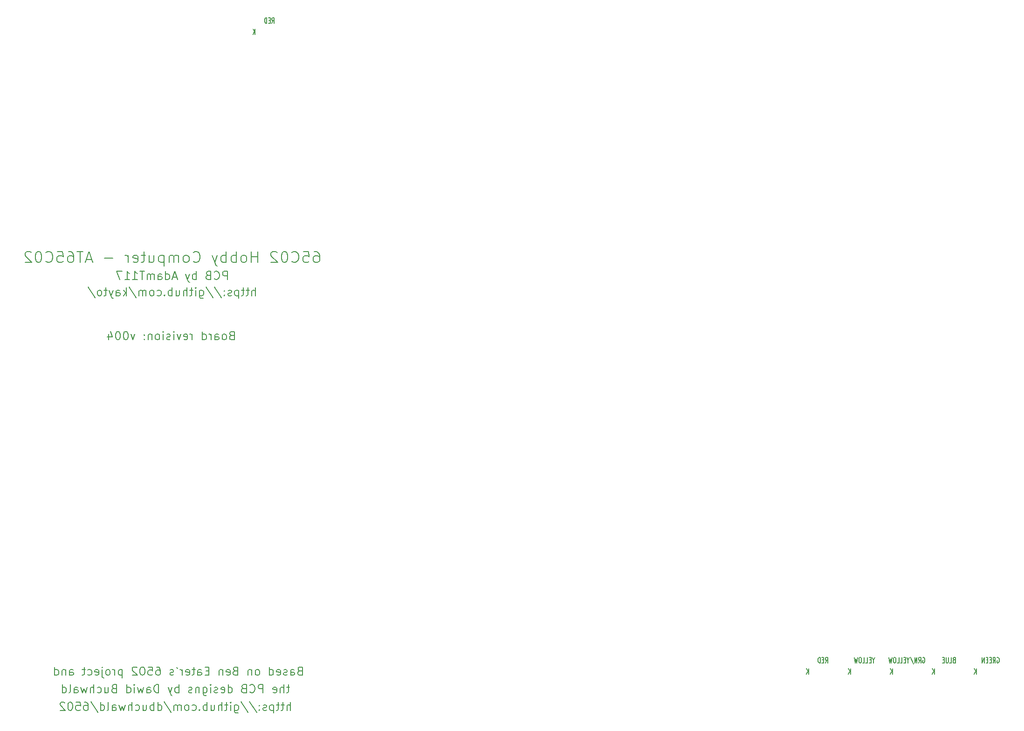
<source format=gbo>
G04 #@! TF.GenerationSoftware,KiCad,Pcbnew,(5.1.9)-1*
G04 #@! TF.CreationDate,2023-05-09T20:45:08+01:00*
G04 #@! TF.ProjectId,AT_65C02_Computer_Rev004,41545f36-3543-4303-925f-436f6d707574,Rev004*
G04 #@! TF.SameCoordinates,Original*
G04 #@! TF.FileFunction,Legend,Bot*
G04 #@! TF.FilePolarity,Positive*
%FSLAX46Y46*%
G04 Gerber Fmt 4.6, Leading zero omitted, Abs format (unit mm)*
G04 Created by KiCad (PCBNEW (5.1.9)-1) date 2023-05-09 20:45:08*
%MOMM*%
%LPD*%
G01*
G04 APERTURE LIST*
%ADD10C,0.150000*%
%ADD11C,0.200000*%
%ADD12O,1.702000X1.702000*%
%ADD13O,2.102000X1.542000*%
%ADD14O,1.802000X1.802000*%
%ADD15C,6.102000*%
%ADD16C,1.702000*%
%ADD17C,2.102000*%
%ADD18C,2.442000*%
%ADD19O,3.602000X3.602000*%
%ADD20O,2.102000X2.007000*%
%ADD21C,1.902000*%
%ADD22O,2.102000X4.102000*%
%ADD23O,3.602000X2.102000*%
%ADD24O,2.007000X2.102000*%
%ADD25O,2.302000X2.302000*%
%ADD26O,1.502000X2.102000*%
%ADD27C,1.302000*%
%ADD28O,1.152000X1.602000*%
%ADD29O,2.502000X1.702000*%
G04 APERTURE END LIST*
D10*
X188112333Y-69792380D02*
X188112333Y-68792380D01*
X187712333Y-69792380D02*
X188012333Y-69220952D01*
X187712333Y-68792380D02*
X188112333Y-69363809D01*
X191165000Y-67752380D02*
X191398333Y-67276190D01*
X191565000Y-67752380D02*
X191565000Y-66752380D01*
X191298333Y-66752380D01*
X191231666Y-66800000D01*
X191198333Y-66847619D01*
X191165000Y-66942857D01*
X191165000Y-67085714D01*
X191198333Y-67180952D01*
X191231666Y-67228571D01*
X191298333Y-67276190D01*
X191565000Y-67276190D01*
X190865000Y-67228571D02*
X190631666Y-67228571D01*
X190531666Y-67752380D02*
X190865000Y-67752380D01*
X190865000Y-66752380D01*
X190531666Y-66752380D01*
X190231666Y-67752380D02*
X190231666Y-66752380D01*
X190065000Y-66752380D01*
X189965000Y-66800000D01*
X189898333Y-66895238D01*
X189865000Y-66990476D01*
X189831666Y-67180952D01*
X189831666Y-67323809D01*
X189865000Y-67514285D01*
X189898333Y-67609523D01*
X189965000Y-67704761D01*
X190065000Y-67752380D01*
X190231666Y-67752380D01*
X322881666Y-183025000D02*
X322948333Y-182977380D01*
X323048333Y-182977380D01*
X323148333Y-183025000D01*
X323215000Y-183120238D01*
X323248333Y-183215476D01*
X323281666Y-183405952D01*
X323281666Y-183548809D01*
X323248333Y-183739285D01*
X323215000Y-183834523D01*
X323148333Y-183929761D01*
X323048333Y-183977380D01*
X322981666Y-183977380D01*
X322881666Y-183929761D01*
X322848333Y-183882142D01*
X322848333Y-183548809D01*
X322981666Y-183548809D01*
X322148333Y-183977380D02*
X322381666Y-183501190D01*
X322548333Y-183977380D02*
X322548333Y-182977380D01*
X322281666Y-182977380D01*
X322215000Y-183025000D01*
X322181666Y-183072619D01*
X322148333Y-183167857D01*
X322148333Y-183310714D01*
X322181666Y-183405952D01*
X322215000Y-183453571D01*
X322281666Y-183501190D01*
X322548333Y-183501190D01*
X321848333Y-183453571D02*
X321615000Y-183453571D01*
X321515000Y-183977380D02*
X321848333Y-183977380D01*
X321848333Y-182977380D01*
X321515000Y-182977380D01*
X321215000Y-183453571D02*
X320981666Y-183453571D01*
X320881666Y-183977380D02*
X321215000Y-183977380D01*
X321215000Y-182977380D01*
X320881666Y-182977380D01*
X320581666Y-183977380D02*
X320581666Y-182977380D01*
X320181666Y-183977380D01*
X320181666Y-182977380D01*
X315056666Y-183453571D02*
X314956666Y-183501190D01*
X314923333Y-183548809D01*
X314890000Y-183644047D01*
X314890000Y-183786904D01*
X314923333Y-183882142D01*
X314956666Y-183929761D01*
X315023333Y-183977380D01*
X315290000Y-183977380D01*
X315290000Y-182977380D01*
X315056666Y-182977380D01*
X314990000Y-183025000D01*
X314956666Y-183072619D01*
X314923333Y-183167857D01*
X314923333Y-183263095D01*
X314956666Y-183358333D01*
X314990000Y-183405952D01*
X315056666Y-183453571D01*
X315290000Y-183453571D01*
X314256666Y-183977380D02*
X314590000Y-183977380D01*
X314590000Y-182977380D01*
X314023333Y-182977380D02*
X314023333Y-183786904D01*
X313990000Y-183882142D01*
X313956666Y-183929761D01*
X313890000Y-183977380D01*
X313756666Y-183977380D01*
X313690000Y-183929761D01*
X313656666Y-183882142D01*
X313623333Y-183786904D01*
X313623333Y-182977380D01*
X313290000Y-183453571D02*
X313056666Y-183453571D01*
X312956666Y-183977380D02*
X313290000Y-183977380D01*
X313290000Y-182977380D01*
X312956666Y-182977380D01*
X309365000Y-183025000D02*
X309431666Y-182977380D01*
X309531666Y-182977380D01*
X309631666Y-183025000D01*
X309698333Y-183120238D01*
X309731666Y-183215476D01*
X309765000Y-183405952D01*
X309765000Y-183548809D01*
X309731666Y-183739285D01*
X309698333Y-183834523D01*
X309631666Y-183929761D01*
X309531666Y-183977380D01*
X309465000Y-183977380D01*
X309365000Y-183929761D01*
X309331666Y-183882142D01*
X309331666Y-183548809D01*
X309465000Y-183548809D01*
X308631666Y-183977380D02*
X308865000Y-183501190D01*
X309031666Y-183977380D02*
X309031666Y-182977380D01*
X308765000Y-182977380D01*
X308698333Y-183025000D01*
X308665000Y-183072619D01*
X308631666Y-183167857D01*
X308631666Y-183310714D01*
X308665000Y-183405952D01*
X308698333Y-183453571D01*
X308765000Y-183501190D01*
X309031666Y-183501190D01*
X308331666Y-183977380D02*
X308331666Y-182977380D01*
X307931666Y-183977380D01*
X307931666Y-182977380D01*
X307098333Y-182929761D02*
X307698333Y-184215476D01*
X306731666Y-183501190D02*
X306731666Y-183977380D01*
X306965000Y-182977380D02*
X306731666Y-183501190D01*
X306498333Y-182977380D01*
X306265000Y-183453571D02*
X306031666Y-183453571D01*
X305931666Y-183977380D02*
X306265000Y-183977380D01*
X306265000Y-182977380D01*
X305931666Y-182977380D01*
X305298333Y-183977380D02*
X305631666Y-183977380D01*
X305631666Y-182977380D01*
X304731666Y-183977380D02*
X305065000Y-183977380D01*
X305065000Y-182977380D01*
X304365000Y-182977380D02*
X304231666Y-182977380D01*
X304165000Y-183025000D01*
X304098333Y-183120238D01*
X304065000Y-183310714D01*
X304065000Y-183644047D01*
X304098333Y-183834523D01*
X304165000Y-183929761D01*
X304231666Y-183977380D01*
X304365000Y-183977380D01*
X304431666Y-183929761D01*
X304498333Y-183834523D01*
X304531666Y-183644047D01*
X304531666Y-183310714D01*
X304498333Y-183120238D01*
X304431666Y-183025000D01*
X304365000Y-182977380D01*
X303831666Y-182977380D02*
X303665000Y-183977380D01*
X303531666Y-183263095D01*
X303398333Y-183977380D01*
X303231666Y-182977380D01*
X300440000Y-183501190D02*
X300440000Y-183977380D01*
X300673333Y-182977380D02*
X300440000Y-183501190D01*
X300206666Y-182977380D01*
X299973333Y-183453571D02*
X299740000Y-183453571D01*
X299640000Y-183977380D02*
X299973333Y-183977380D01*
X299973333Y-182977380D01*
X299640000Y-182977380D01*
X299006666Y-183977380D02*
X299340000Y-183977380D01*
X299340000Y-182977380D01*
X298440000Y-183977380D02*
X298773333Y-183977380D01*
X298773333Y-182977380D01*
X298073333Y-182977380D02*
X297940000Y-182977380D01*
X297873333Y-183025000D01*
X297806666Y-183120238D01*
X297773333Y-183310714D01*
X297773333Y-183644047D01*
X297806666Y-183834523D01*
X297873333Y-183929761D01*
X297940000Y-183977380D01*
X298073333Y-183977380D01*
X298140000Y-183929761D01*
X298206666Y-183834523D01*
X298240000Y-183644047D01*
X298240000Y-183310714D01*
X298206666Y-183120238D01*
X298140000Y-183025000D01*
X298073333Y-182977380D01*
X297540000Y-182977380D02*
X297373333Y-183977380D01*
X297240000Y-183263095D01*
X297106666Y-183977380D01*
X296940000Y-182977380D01*
X319117333Y-186017380D02*
X319117333Y-185017380D01*
X318717333Y-186017380D02*
X319017333Y-185445952D01*
X318717333Y-185017380D02*
X319117333Y-185588809D01*
X311497333Y-186017380D02*
X311497333Y-185017380D01*
X311097333Y-186017380D02*
X311397333Y-185445952D01*
X311097333Y-185017380D02*
X311497333Y-185588809D01*
X303877333Y-186017380D02*
X303877333Y-185017380D01*
X303477333Y-186017380D02*
X303777333Y-185445952D01*
X303477333Y-185017380D02*
X303877333Y-185588809D01*
X296257333Y-186017380D02*
X296257333Y-185017380D01*
X295857333Y-186017380D02*
X296157333Y-185445952D01*
X295857333Y-185017380D02*
X296257333Y-185588809D01*
X288637333Y-186017380D02*
X288637333Y-185017380D01*
X288237333Y-186017380D02*
X288537333Y-185445952D01*
X288237333Y-185017380D02*
X288637333Y-185588809D01*
X291690000Y-183977380D02*
X291923333Y-183501190D01*
X292090000Y-183977380D02*
X292090000Y-182977380D01*
X291823333Y-182977380D01*
X291756666Y-183025000D01*
X291723333Y-183072619D01*
X291690000Y-183167857D01*
X291690000Y-183310714D01*
X291723333Y-183405952D01*
X291756666Y-183453571D01*
X291823333Y-183501190D01*
X292090000Y-183501190D01*
X291390000Y-183453571D02*
X291156666Y-183453571D01*
X291056666Y-183977380D02*
X291390000Y-183977380D01*
X291390000Y-182977380D01*
X291056666Y-182977380D01*
X290756666Y-183977380D02*
X290756666Y-182977380D01*
X290590000Y-182977380D01*
X290490000Y-183025000D01*
X290423333Y-183120238D01*
X290390000Y-183215476D01*
X290356666Y-183405952D01*
X290356666Y-183548809D01*
X290390000Y-183739285D01*
X290423333Y-183834523D01*
X290490000Y-183929761D01*
X290590000Y-183977380D01*
X290756666Y-183977380D01*
D11*
X188162857Y-117253571D02*
X188162857Y-115753571D01*
X187520000Y-117253571D02*
X187520000Y-116467857D01*
X187591428Y-116325000D01*
X187734285Y-116253571D01*
X187948571Y-116253571D01*
X188091428Y-116325000D01*
X188162857Y-116396428D01*
X187020000Y-116253571D02*
X186448571Y-116253571D01*
X186805714Y-115753571D02*
X186805714Y-117039285D01*
X186734285Y-117182142D01*
X186591428Y-117253571D01*
X186448571Y-117253571D01*
X186162857Y-116253571D02*
X185591428Y-116253571D01*
X185948571Y-115753571D02*
X185948571Y-117039285D01*
X185877142Y-117182142D01*
X185734285Y-117253571D01*
X185591428Y-117253571D01*
X185091428Y-116253571D02*
X185091428Y-117753571D01*
X185091428Y-116325000D02*
X184948571Y-116253571D01*
X184662857Y-116253571D01*
X184520000Y-116325000D01*
X184448571Y-116396428D01*
X184377142Y-116539285D01*
X184377142Y-116967857D01*
X184448571Y-117110714D01*
X184520000Y-117182142D01*
X184662857Y-117253571D01*
X184948571Y-117253571D01*
X185091428Y-117182142D01*
X183805714Y-117182142D02*
X183662857Y-117253571D01*
X183377142Y-117253571D01*
X183234285Y-117182142D01*
X183162857Y-117039285D01*
X183162857Y-116967857D01*
X183234285Y-116825000D01*
X183377142Y-116753571D01*
X183591428Y-116753571D01*
X183734285Y-116682142D01*
X183805714Y-116539285D01*
X183805714Y-116467857D01*
X183734285Y-116325000D01*
X183591428Y-116253571D01*
X183377142Y-116253571D01*
X183234285Y-116325000D01*
X182520000Y-117110714D02*
X182448571Y-117182142D01*
X182520000Y-117253571D01*
X182591428Y-117182142D01*
X182520000Y-117110714D01*
X182520000Y-117253571D01*
X182520000Y-116325000D02*
X182448571Y-116396428D01*
X182520000Y-116467857D01*
X182591428Y-116396428D01*
X182520000Y-116325000D01*
X182520000Y-116467857D01*
X180734285Y-115682142D02*
X182020000Y-117610714D01*
X179162857Y-115682142D02*
X180448571Y-117610714D01*
X178020000Y-116253571D02*
X178020000Y-117467857D01*
X178091428Y-117610714D01*
X178162857Y-117682142D01*
X178305714Y-117753571D01*
X178520000Y-117753571D01*
X178662857Y-117682142D01*
X178020000Y-117182142D02*
X178162857Y-117253571D01*
X178448571Y-117253571D01*
X178591428Y-117182142D01*
X178662857Y-117110714D01*
X178734285Y-116967857D01*
X178734285Y-116539285D01*
X178662857Y-116396428D01*
X178591428Y-116325000D01*
X178448571Y-116253571D01*
X178162857Y-116253571D01*
X178020000Y-116325000D01*
X177305714Y-117253571D02*
X177305714Y-116253571D01*
X177305714Y-115753571D02*
X177377142Y-115825000D01*
X177305714Y-115896428D01*
X177234285Y-115825000D01*
X177305714Y-115753571D01*
X177305714Y-115896428D01*
X176805714Y-116253571D02*
X176234285Y-116253571D01*
X176591428Y-115753571D02*
X176591428Y-117039285D01*
X176520000Y-117182142D01*
X176377142Y-117253571D01*
X176234285Y-117253571D01*
X175734285Y-117253571D02*
X175734285Y-115753571D01*
X175091428Y-117253571D02*
X175091428Y-116467857D01*
X175162857Y-116325000D01*
X175305714Y-116253571D01*
X175520000Y-116253571D01*
X175662857Y-116325000D01*
X175734285Y-116396428D01*
X173734285Y-116253571D02*
X173734285Y-117253571D01*
X174377142Y-116253571D02*
X174377142Y-117039285D01*
X174305714Y-117182142D01*
X174162857Y-117253571D01*
X173948571Y-117253571D01*
X173805714Y-117182142D01*
X173734285Y-117110714D01*
X173020000Y-117253571D02*
X173020000Y-115753571D01*
X173020000Y-116325000D02*
X172877142Y-116253571D01*
X172591428Y-116253571D01*
X172448571Y-116325000D01*
X172377142Y-116396428D01*
X172305714Y-116539285D01*
X172305714Y-116967857D01*
X172377142Y-117110714D01*
X172448571Y-117182142D01*
X172591428Y-117253571D01*
X172877142Y-117253571D01*
X173020000Y-117182142D01*
X171662857Y-117110714D02*
X171591428Y-117182142D01*
X171662857Y-117253571D01*
X171734285Y-117182142D01*
X171662857Y-117110714D01*
X171662857Y-117253571D01*
X170305714Y-117182142D02*
X170448571Y-117253571D01*
X170734285Y-117253571D01*
X170877142Y-117182142D01*
X170948571Y-117110714D01*
X171020000Y-116967857D01*
X171020000Y-116539285D01*
X170948571Y-116396428D01*
X170877142Y-116325000D01*
X170734285Y-116253571D01*
X170448571Y-116253571D01*
X170305714Y-116325000D01*
X169448571Y-117253571D02*
X169591428Y-117182142D01*
X169662857Y-117110714D01*
X169734285Y-116967857D01*
X169734285Y-116539285D01*
X169662857Y-116396428D01*
X169591428Y-116325000D01*
X169448571Y-116253571D01*
X169234285Y-116253571D01*
X169091428Y-116325000D01*
X169020000Y-116396428D01*
X168948571Y-116539285D01*
X168948571Y-116967857D01*
X169020000Y-117110714D01*
X169091428Y-117182142D01*
X169234285Y-117253571D01*
X169448571Y-117253571D01*
X168305714Y-117253571D02*
X168305714Y-116253571D01*
X168305714Y-116396428D02*
X168234285Y-116325000D01*
X168091428Y-116253571D01*
X167877142Y-116253571D01*
X167734285Y-116325000D01*
X167662857Y-116467857D01*
X167662857Y-117253571D01*
X167662857Y-116467857D02*
X167591428Y-116325000D01*
X167448571Y-116253571D01*
X167234285Y-116253571D01*
X167091428Y-116325000D01*
X167020000Y-116467857D01*
X167020000Y-117253571D01*
X165234285Y-115682142D02*
X166520000Y-117610714D01*
X164734285Y-117253571D02*
X164734285Y-115753571D01*
X164591428Y-116682142D02*
X164162857Y-117253571D01*
X164162857Y-116253571D02*
X164734285Y-116825000D01*
X162877142Y-117253571D02*
X162877142Y-116467857D01*
X162948571Y-116325000D01*
X163091428Y-116253571D01*
X163377142Y-116253571D01*
X163520000Y-116325000D01*
X162877142Y-117182142D02*
X163020000Y-117253571D01*
X163377142Y-117253571D01*
X163520000Y-117182142D01*
X163591428Y-117039285D01*
X163591428Y-116896428D01*
X163520000Y-116753571D01*
X163377142Y-116682142D01*
X163020000Y-116682142D01*
X162877142Y-116610714D01*
X162305714Y-116253571D02*
X161948571Y-117253571D01*
X161591428Y-116253571D02*
X161948571Y-117253571D01*
X162091428Y-117610714D01*
X162162857Y-117682142D01*
X162305714Y-117753571D01*
X161234285Y-116253571D02*
X160662857Y-116253571D01*
X161020000Y-115753571D02*
X161020000Y-117039285D01*
X160948571Y-117182142D01*
X160805714Y-117253571D01*
X160662857Y-117253571D01*
X159948571Y-117253571D02*
X160091428Y-117182142D01*
X160162857Y-117110714D01*
X160234285Y-116967857D01*
X160234285Y-116539285D01*
X160162857Y-116396428D01*
X160091428Y-116325000D01*
X159948571Y-116253571D01*
X159734285Y-116253571D01*
X159591428Y-116325000D01*
X159520000Y-116396428D01*
X159448571Y-116539285D01*
X159448571Y-116967857D01*
X159520000Y-117110714D01*
X159591428Y-117182142D01*
X159734285Y-117253571D01*
X159948571Y-117253571D01*
X157734285Y-115682142D02*
X159020000Y-117610714D01*
X183055714Y-114323571D02*
X183055714Y-112823571D01*
X182484285Y-112823571D01*
X182341428Y-112895000D01*
X182269999Y-112966428D01*
X182198571Y-113109285D01*
X182198571Y-113323571D01*
X182269999Y-113466428D01*
X182341428Y-113537857D01*
X182484285Y-113609285D01*
X183055714Y-113609285D01*
X180698571Y-114180714D02*
X180769999Y-114252142D01*
X180984285Y-114323571D01*
X181127142Y-114323571D01*
X181341428Y-114252142D01*
X181484285Y-114109285D01*
X181555714Y-113966428D01*
X181627142Y-113680714D01*
X181627142Y-113466428D01*
X181555714Y-113180714D01*
X181484285Y-113037857D01*
X181341428Y-112895000D01*
X181127142Y-112823571D01*
X180984285Y-112823571D01*
X180769999Y-112895000D01*
X180698571Y-112966428D01*
X179555714Y-113537857D02*
X179341428Y-113609285D01*
X179269999Y-113680714D01*
X179198571Y-113823571D01*
X179198571Y-114037857D01*
X179269999Y-114180714D01*
X179341428Y-114252142D01*
X179484285Y-114323571D01*
X180055714Y-114323571D01*
X180055714Y-112823571D01*
X179555714Y-112823571D01*
X179412857Y-112895000D01*
X179341428Y-112966428D01*
X179269999Y-113109285D01*
X179269999Y-113252142D01*
X179341428Y-113395000D01*
X179412857Y-113466428D01*
X179555714Y-113537857D01*
X180055714Y-113537857D01*
X177412857Y-114323571D02*
X177412857Y-112823571D01*
X177412857Y-113395000D02*
X177269999Y-113323571D01*
X176984285Y-113323571D01*
X176841428Y-113395000D01*
X176769999Y-113466428D01*
X176698571Y-113609285D01*
X176698571Y-114037857D01*
X176769999Y-114180714D01*
X176841428Y-114252142D01*
X176984285Y-114323571D01*
X177269999Y-114323571D01*
X177412857Y-114252142D01*
X176198571Y-113323571D02*
X175841428Y-114323571D01*
X175484285Y-113323571D02*
X175841428Y-114323571D01*
X175984285Y-114680714D01*
X176055714Y-114752142D01*
X176198571Y-114823571D01*
X173841428Y-113895000D02*
X173127142Y-113895000D01*
X173984285Y-114323571D02*
X173484285Y-112823571D01*
X172984285Y-114323571D01*
X171841428Y-114323571D02*
X171841428Y-112823571D01*
X171841428Y-114252142D02*
X171984285Y-114323571D01*
X172269999Y-114323571D01*
X172412857Y-114252142D01*
X172484285Y-114180714D01*
X172555714Y-114037857D01*
X172555714Y-113609285D01*
X172484285Y-113466428D01*
X172412857Y-113395000D01*
X172269999Y-113323571D01*
X171984285Y-113323571D01*
X171841428Y-113395000D01*
X170484285Y-114323571D02*
X170484285Y-113537857D01*
X170555714Y-113395000D01*
X170698571Y-113323571D01*
X170984285Y-113323571D01*
X171127142Y-113395000D01*
X170484285Y-114252142D02*
X170627142Y-114323571D01*
X170984285Y-114323571D01*
X171127142Y-114252142D01*
X171198571Y-114109285D01*
X171198571Y-113966428D01*
X171127142Y-113823571D01*
X170984285Y-113752142D01*
X170627142Y-113752142D01*
X170484285Y-113680714D01*
X169769999Y-114323571D02*
X169769999Y-113323571D01*
X169769999Y-113466428D02*
X169698571Y-113395000D01*
X169555714Y-113323571D01*
X169341428Y-113323571D01*
X169198571Y-113395000D01*
X169127142Y-113537857D01*
X169127142Y-114323571D01*
X169127142Y-113537857D02*
X169055714Y-113395000D01*
X168912857Y-113323571D01*
X168698571Y-113323571D01*
X168555714Y-113395000D01*
X168484285Y-113537857D01*
X168484285Y-114323571D01*
X167984285Y-112823571D02*
X167127142Y-112823571D01*
X167555714Y-114323571D02*
X167555714Y-112823571D01*
X165841428Y-114323571D02*
X166698571Y-114323571D01*
X166269999Y-114323571D02*
X166269999Y-112823571D01*
X166412857Y-113037857D01*
X166555714Y-113180714D01*
X166698571Y-113252142D01*
X164412857Y-114323571D02*
X165269999Y-114323571D01*
X164841428Y-114323571D02*
X164841428Y-112823571D01*
X164984285Y-113037857D01*
X165127142Y-113180714D01*
X165269999Y-113252142D01*
X163912857Y-112823571D02*
X162912857Y-112823571D01*
X163555714Y-114323571D01*
X198865237Y-109229761D02*
X199246190Y-109229761D01*
X199436666Y-109325000D01*
X199531904Y-109420238D01*
X199722380Y-109705952D01*
X199817618Y-110086904D01*
X199817618Y-110848809D01*
X199722380Y-111039285D01*
X199627142Y-111134523D01*
X199436666Y-111229761D01*
X199055713Y-111229761D01*
X198865237Y-111134523D01*
X198769999Y-111039285D01*
X198674761Y-110848809D01*
X198674761Y-110372619D01*
X198769999Y-110182142D01*
X198865237Y-110086904D01*
X199055713Y-109991666D01*
X199436666Y-109991666D01*
X199627142Y-110086904D01*
X199722380Y-110182142D01*
X199817618Y-110372619D01*
X196865237Y-109229761D02*
X197817618Y-109229761D01*
X197912856Y-110182142D01*
X197817618Y-110086904D01*
X197627142Y-109991666D01*
X197150951Y-109991666D01*
X196960475Y-110086904D01*
X196865237Y-110182142D01*
X196769999Y-110372619D01*
X196769999Y-110848809D01*
X196865237Y-111039285D01*
X196960475Y-111134523D01*
X197150951Y-111229761D01*
X197627142Y-111229761D01*
X197817618Y-111134523D01*
X197912856Y-111039285D01*
X194769999Y-111039285D02*
X194865237Y-111134523D01*
X195150951Y-111229761D01*
X195341428Y-111229761D01*
X195627142Y-111134523D01*
X195817618Y-110944047D01*
X195912856Y-110753571D01*
X196008094Y-110372619D01*
X196008094Y-110086904D01*
X195912856Y-109705952D01*
X195817618Y-109515476D01*
X195627142Y-109325000D01*
X195341428Y-109229761D01*
X195150951Y-109229761D01*
X194865237Y-109325000D01*
X194769999Y-109420238D01*
X193531904Y-109229761D02*
X193341428Y-109229761D01*
X193150951Y-109325000D01*
X193055713Y-109420238D01*
X192960475Y-109610714D01*
X192865237Y-109991666D01*
X192865237Y-110467857D01*
X192960475Y-110848809D01*
X193055713Y-111039285D01*
X193150951Y-111134523D01*
X193341428Y-111229761D01*
X193531904Y-111229761D01*
X193722380Y-111134523D01*
X193817618Y-111039285D01*
X193912856Y-110848809D01*
X194008094Y-110467857D01*
X194008094Y-109991666D01*
X193912856Y-109610714D01*
X193817618Y-109420238D01*
X193722380Y-109325000D01*
X193531904Y-109229761D01*
X192103332Y-109420238D02*
X192008094Y-109325000D01*
X191817618Y-109229761D01*
X191341428Y-109229761D01*
X191150951Y-109325000D01*
X191055713Y-109420238D01*
X190960475Y-109610714D01*
X190960475Y-109801190D01*
X191055713Y-110086904D01*
X192198571Y-111229761D01*
X190960475Y-111229761D01*
X188579523Y-111229761D02*
X188579523Y-109229761D01*
X188579523Y-110182142D02*
X187436666Y-110182142D01*
X187436666Y-111229761D02*
X187436666Y-109229761D01*
X186198571Y-111229761D02*
X186389047Y-111134523D01*
X186484285Y-111039285D01*
X186579523Y-110848809D01*
X186579523Y-110277380D01*
X186484285Y-110086904D01*
X186389047Y-109991666D01*
X186198571Y-109896428D01*
X185912856Y-109896428D01*
X185722380Y-109991666D01*
X185627142Y-110086904D01*
X185531904Y-110277380D01*
X185531904Y-110848809D01*
X185627142Y-111039285D01*
X185722380Y-111134523D01*
X185912856Y-111229761D01*
X186198571Y-111229761D01*
X184674761Y-111229761D02*
X184674761Y-109229761D01*
X184674761Y-109991666D02*
X184484285Y-109896428D01*
X184103332Y-109896428D01*
X183912856Y-109991666D01*
X183817618Y-110086904D01*
X183722380Y-110277380D01*
X183722380Y-110848809D01*
X183817618Y-111039285D01*
X183912856Y-111134523D01*
X184103332Y-111229761D01*
X184484285Y-111229761D01*
X184674761Y-111134523D01*
X182865237Y-111229761D02*
X182865237Y-109229761D01*
X182865237Y-109991666D02*
X182674761Y-109896428D01*
X182293809Y-109896428D01*
X182103332Y-109991666D01*
X182008094Y-110086904D01*
X181912856Y-110277380D01*
X181912856Y-110848809D01*
X182008094Y-111039285D01*
X182103332Y-111134523D01*
X182293809Y-111229761D01*
X182674761Y-111229761D01*
X182865237Y-111134523D01*
X181246190Y-109896428D02*
X180769999Y-111229761D01*
X180293809Y-109896428D02*
X180769999Y-111229761D01*
X180960475Y-111705952D01*
X181055713Y-111801190D01*
X181246190Y-111896428D01*
X176865237Y-111039285D02*
X176960475Y-111134523D01*
X177246190Y-111229761D01*
X177436666Y-111229761D01*
X177722380Y-111134523D01*
X177912856Y-110944047D01*
X178008094Y-110753571D01*
X178103332Y-110372619D01*
X178103332Y-110086904D01*
X178008094Y-109705952D01*
X177912856Y-109515476D01*
X177722380Y-109325000D01*
X177436666Y-109229761D01*
X177246190Y-109229761D01*
X176960475Y-109325000D01*
X176865237Y-109420238D01*
X175722380Y-111229761D02*
X175912856Y-111134523D01*
X176008094Y-111039285D01*
X176103332Y-110848809D01*
X176103332Y-110277380D01*
X176008094Y-110086904D01*
X175912856Y-109991666D01*
X175722380Y-109896428D01*
X175436666Y-109896428D01*
X175246190Y-109991666D01*
X175150951Y-110086904D01*
X175055713Y-110277380D01*
X175055713Y-110848809D01*
X175150951Y-111039285D01*
X175246190Y-111134523D01*
X175436666Y-111229761D01*
X175722380Y-111229761D01*
X174198571Y-111229761D02*
X174198571Y-109896428D01*
X174198571Y-110086904D02*
X174103332Y-109991666D01*
X173912856Y-109896428D01*
X173627142Y-109896428D01*
X173436666Y-109991666D01*
X173341428Y-110182142D01*
X173341428Y-111229761D01*
X173341428Y-110182142D02*
X173246190Y-109991666D01*
X173055713Y-109896428D01*
X172769999Y-109896428D01*
X172579523Y-109991666D01*
X172484285Y-110182142D01*
X172484285Y-111229761D01*
X171531904Y-109896428D02*
X171531904Y-111896428D01*
X171531904Y-109991666D02*
X171341428Y-109896428D01*
X170960475Y-109896428D01*
X170769999Y-109991666D01*
X170674761Y-110086904D01*
X170579523Y-110277380D01*
X170579523Y-110848809D01*
X170674761Y-111039285D01*
X170769999Y-111134523D01*
X170960475Y-111229761D01*
X171341428Y-111229761D01*
X171531904Y-111134523D01*
X168865237Y-109896428D02*
X168865237Y-111229761D01*
X169722380Y-109896428D02*
X169722380Y-110944047D01*
X169627142Y-111134523D01*
X169436666Y-111229761D01*
X169150951Y-111229761D01*
X168960475Y-111134523D01*
X168865237Y-111039285D01*
X168198571Y-109896428D02*
X167436666Y-109896428D01*
X167912856Y-109229761D02*
X167912856Y-110944047D01*
X167817618Y-111134523D01*
X167627142Y-111229761D01*
X167436666Y-111229761D01*
X166008094Y-111134523D02*
X166198571Y-111229761D01*
X166579523Y-111229761D01*
X166769999Y-111134523D01*
X166865237Y-110944047D01*
X166865237Y-110182142D01*
X166769999Y-109991666D01*
X166579523Y-109896428D01*
X166198571Y-109896428D01*
X166008094Y-109991666D01*
X165912856Y-110182142D01*
X165912856Y-110372619D01*
X166865237Y-110563095D01*
X165055713Y-111229761D02*
X165055713Y-109896428D01*
X165055713Y-110277380D02*
X164960475Y-110086904D01*
X164865237Y-109991666D01*
X164674761Y-109896428D01*
X164484285Y-109896428D01*
X162293809Y-110467857D02*
X160769999Y-110467857D01*
X158389047Y-110658333D02*
X157436666Y-110658333D01*
X158579523Y-111229761D02*
X157912856Y-109229761D01*
X157246190Y-111229761D01*
X156865237Y-109229761D02*
X155722380Y-109229761D01*
X156293809Y-111229761D02*
X156293809Y-109229761D01*
X154198571Y-109229761D02*
X154579523Y-109229761D01*
X154769999Y-109325000D01*
X154865237Y-109420238D01*
X155055713Y-109705952D01*
X155150951Y-110086904D01*
X155150951Y-110848809D01*
X155055713Y-111039285D01*
X154960475Y-111134523D01*
X154769999Y-111229761D01*
X154389047Y-111229761D01*
X154198571Y-111134523D01*
X154103332Y-111039285D01*
X154008094Y-110848809D01*
X154008094Y-110372619D01*
X154103332Y-110182142D01*
X154198571Y-110086904D01*
X154389047Y-109991666D01*
X154769999Y-109991666D01*
X154960475Y-110086904D01*
X155055713Y-110182142D01*
X155150951Y-110372619D01*
X152198571Y-109229761D02*
X153150951Y-109229761D01*
X153246190Y-110182142D01*
X153150951Y-110086904D01*
X152960475Y-109991666D01*
X152484285Y-109991666D01*
X152293809Y-110086904D01*
X152198571Y-110182142D01*
X152103332Y-110372619D01*
X152103332Y-110848809D01*
X152198571Y-111039285D01*
X152293809Y-111134523D01*
X152484285Y-111229761D01*
X152960475Y-111229761D01*
X153150951Y-111134523D01*
X153246190Y-111039285D01*
X150103332Y-111039285D02*
X150198571Y-111134523D01*
X150484285Y-111229761D01*
X150674761Y-111229761D01*
X150960475Y-111134523D01*
X151150951Y-110944047D01*
X151246190Y-110753571D01*
X151341428Y-110372619D01*
X151341428Y-110086904D01*
X151246190Y-109705952D01*
X151150951Y-109515476D01*
X150960475Y-109325000D01*
X150674761Y-109229761D01*
X150484285Y-109229761D01*
X150198571Y-109325000D01*
X150103332Y-109420238D01*
X148865237Y-109229761D02*
X148674761Y-109229761D01*
X148484285Y-109325000D01*
X148389047Y-109420238D01*
X148293809Y-109610714D01*
X148198571Y-109991666D01*
X148198571Y-110467857D01*
X148293809Y-110848809D01*
X148389047Y-111039285D01*
X148484285Y-111134523D01*
X148674761Y-111229761D01*
X148865237Y-111229761D01*
X149055713Y-111134523D01*
X149150951Y-111039285D01*
X149246190Y-110848809D01*
X149341428Y-110467857D01*
X149341428Y-109991666D01*
X149246190Y-109610714D01*
X149150951Y-109420238D01*
X149055713Y-109325000D01*
X148865237Y-109229761D01*
X147436666Y-109420238D02*
X147341428Y-109325000D01*
X147150951Y-109229761D01*
X146674761Y-109229761D01*
X146484285Y-109325000D01*
X146389047Y-109420238D01*
X146293809Y-109610714D01*
X146293809Y-109801190D01*
X146389047Y-110086904D01*
X147531904Y-111229761D01*
X146293809Y-111229761D01*
X183826429Y-124482857D02*
X183612143Y-124554285D01*
X183540714Y-124625714D01*
X183469286Y-124768571D01*
X183469286Y-124982857D01*
X183540714Y-125125714D01*
X183612143Y-125197142D01*
X183755000Y-125268571D01*
X184326429Y-125268571D01*
X184326429Y-123768571D01*
X183826429Y-123768571D01*
X183683572Y-123840000D01*
X183612143Y-123911428D01*
X183540714Y-124054285D01*
X183540714Y-124197142D01*
X183612143Y-124340000D01*
X183683572Y-124411428D01*
X183826429Y-124482857D01*
X184326429Y-124482857D01*
X182612143Y-125268571D02*
X182755000Y-125197142D01*
X182826429Y-125125714D01*
X182897857Y-124982857D01*
X182897857Y-124554285D01*
X182826429Y-124411428D01*
X182755000Y-124340000D01*
X182612143Y-124268571D01*
X182397857Y-124268571D01*
X182255000Y-124340000D01*
X182183572Y-124411428D01*
X182112143Y-124554285D01*
X182112143Y-124982857D01*
X182183572Y-125125714D01*
X182255000Y-125197142D01*
X182397857Y-125268571D01*
X182612143Y-125268571D01*
X180826429Y-125268571D02*
X180826429Y-124482857D01*
X180897857Y-124340000D01*
X181040714Y-124268571D01*
X181326429Y-124268571D01*
X181469286Y-124340000D01*
X180826429Y-125197142D02*
X180969286Y-125268571D01*
X181326429Y-125268571D01*
X181469286Y-125197142D01*
X181540714Y-125054285D01*
X181540714Y-124911428D01*
X181469286Y-124768571D01*
X181326429Y-124697142D01*
X180969286Y-124697142D01*
X180826429Y-124625714D01*
X180112143Y-125268571D02*
X180112143Y-124268571D01*
X180112143Y-124554285D02*
X180040714Y-124411428D01*
X179969286Y-124340000D01*
X179826429Y-124268571D01*
X179683572Y-124268571D01*
X178540714Y-125268571D02*
X178540714Y-123768571D01*
X178540714Y-125197142D02*
X178683572Y-125268571D01*
X178969286Y-125268571D01*
X179112143Y-125197142D01*
X179183572Y-125125714D01*
X179255000Y-124982857D01*
X179255000Y-124554285D01*
X179183572Y-124411428D01*
X179112143Y-124340000D01*
X178969286Y-124268571D01*
X178683572Y-124268571D01*
X178540714Y-124340000D01*
X176683572Y-125268571D02*
X176683572Y-124268571D01*
X176683572Y-124554285D02*
X176612143Y-124411428D01*
X176540714Y-124340000D01*
X176397857Y-124268571D01*
X176255000Y-124268571D01*
X175183572Y-125197142D02*
X175326429Y-125268571D01*
X175612143Y-125268571D01*
X175755000Y-125197142D01*
X175826429Y-125054285D01*
X175826429Y-124482857D01*
X175755000Y-124340000D01*
X175612143Y-124268571D01*
X175326429Y-124268571D01*
X175183572Y-124340000D01*
X175112143Y-124482857D01*
X175112143Y-124625714D01*
X175826429Y-124768571D01*
X174612143Y-124268571D02*
X174255000Y-125268571D01*
X173897857Y-124268571D01*
X173326429Y-125268571D02*
X173326429Y-124268571D01*
X173326429Y-123768571D02*
X173397857Y-123840000D01*
X173326429Y-123911428D01*
X173255000Y-123840000D01*
X173326429Y-123768571D01*
X173326429Y-123911428D01*
X172683572Y-125197142D02*
X172540714Y-125268571D01*
X172255000Y-125268571D01*
X172112143Y-125197142D01*
X172040714Y-125054285D01*
X172040714Y-124982857D01*
X172112143Y-124840000D01*
X172255000Y-124768571D01*
X172469286Y-124768571D01*
X172612143Y-124697142D01*
X172683572Y-124554285D01*
X172683572Y-124482857D01*
X172612143Y-124340000D01*
X172469286Y-124268571D01*
X172255000Y-124268571D01*
X172112143Y-124340000D01*
X171397857Y-125268571D02*
X171397857Y-124268571D01*
X171397857Y-123768571D02*
X171469286Y-123840000D01*
X171397857Y-123911428D01*
X171326429Y-123840000D01*
X171397857Y-123768571D01*
X171397857Y-123911428D01*
X170469286Y-125268571D02*
X170612143Y-125197142D01*
X170683572Y-125125714D01*
X170755000Y-124982857D01*
X170755000Y-124554285D01*
X170683572Y-124411428D01*
X170612143Y-124340000D01*
X170469286Y-124268571D01*
X170255000Y-124268571D01*
X170112143Y-124340000D01*
X170040714Y-124411428D01*
X169969286Y-124554285D01*
X169969286Y-124982857D01*
X170040714Y-125125714D01*
X170112143Y-125197142D01*
X170255000Y-125268571D01*
X170469286Y-125268571D01*
X169326429Y-124268571D02*
X169326429Y-125268571D01*
X169326429Y-124411428D02*
X169255000Y-124340000D01*
X169112143Y-124268571D01*
X168897857Y-124268571D01*
X168755000Y-124340000D01*
X168683572Y-124482857D01*
X168683572Y-125268571D01*
X167969286Y-125125714D02*
X167897857Y-125197142D01*
X167969286Y-125268571D01*
X168040714Y-125197142D01*
X167969286Y-125125714D01*
X167969286Y-125268571D01*
X167969286Y-124340000D02*
X167897857Y-124411428D01*
X167969286Y-124482857D01*
X168040714Y-124411428D01*
X167969286Y-124340000D01*
X167969286Y-124482857D01*
X166255000Y-124268571D02*
X165897857Y-125268571D01*
X165540714Y-124268571D01*
X164683572Y-123768571D02*
X164540714Y-123768571D01*
X164397857Y-123840000D01*
X164326429Y-123911428D01*
X164255000Y-124054285D01*
X164183572Y-124340000D01*
X164183572Y-124697142D01*
X164255000Y-124982857D01*
X164326429Y-125125714D01*
X164397857Y-125197142D01*
X164540714Y-125268571D01*
X164683572Y-125268571D01*
X164826429Y-125197142D01*
X164897857Y-125125714D01*
X164969286Y-124982857D01*
X165040714Y-124697142D01*
X165040714Y-124340000D01*
X164969286Y-124054285D01*
X164897857Y-123911428D01*
X164826429Y-123840000D01*
X164683572Y-123768571D01*
X163255000Y-123768571D02*
X163112143Y-123768571D01*
X162969286Y-123840000D01*
X162897857Y-123911428D01*
X162826429Y-124054285D01*
X162755000Y-124340000D01*
X162755000Y-124697142D01*
X162826429Y-124982857D01*
X162897857Y-125125714D01*
X162969286Y-125197142D01*
X163112143Y-125268571D01*
X163255000Y-125268571D01*
X163397857Y-125197142D01*
X163469286Y-125125714D01*
X163540714Y-124982857D01*
X163612143Y-124697142D01*
X163612143Y-124340000D01*
X163540714Y-124054285D01*
X163469286Y-123911428D01*
X163397857Y-123840000D01*
X163255000Y-123768571D01*
X161469286Y-124268571D02*
X161469286Y-125268571D01*
X161826429Y-123697142D02*
X162183572Y-124768571D01*
X161255000Y-124768571D01*
X194520000Y-192603571D02*
X194520000Y-191103571D01*
X193877143Y-192603571D02*
X193877143Y-191817857D01*
X193948571Y-191675000D01*
X194091428Y-191603571D01*
X194305714Y-191603571D01*
X194448571Y-191675000D01*
X194520000Y-191746428D01*
X193377143Y-191603571D02*
X192805714Y-191603571D01*
X193162857Y-191103571D02*
X193162857Y-192389285D01*
X193091428Y-192532142D01*
X192948571Y-192603571D01*
X192805714Y-192603571D01*
X192520000Y-191603571D02*
X191948571Y-191603571D01*
X192305714Y-191103571D02*
X192305714Y-192389285D01*
X192234285Y-192532142D01*
X192091428Y-192603571D01*
X191948571Y-192603571D01*
X191448571Y-191603571D02*
X191448571Y-193103571D01*
X191448571Y-191675000D02*
X191305714Y-191603571D01*
X191020000Y-191603571D01*
X190877143Y-191675000D01*
X190805714Y-191746428D01*
X190734285Y-191889285D01*
X190734285Y-192317857D01*
X190805714Y-192460714D01*
X190877143Y-192532142D01*
X191020000Y-192603571D01*
X191305714Y-192603571D01*
X191448571Y-192532142D01*
X190162857Y-192532142D02*
X190020000Y-192603571D01*
X189734285Y-192603571D01*
X189591428Y-192532142D01*
X189520000Y-192389285D01*
X189520000Y-192317857D01*
X189591428Y-192175000D01*
X189734285Y-192103571D01*
X189948571Y-192103571D01*
X190091428Y-192032142D01*
X190162857Y-191889285D01*
X190162857Y-191817857D01*
X190091428Y-191675000D01*
X189948571Y-191603571D01*
X189734285Y-191603571D01*
X189591428Y-191675000D01*
X188877143Y-192460714D02*
X188805714Y-192532142D01*
X188877143Y-192603571D01*
X188948571Y-192532142D01*
X188877143Y-192460714D01*
X188877143Y-192603571D01*
X188877143Y-191675000D02*
X188805714Y-191746428D01*
X188877143Y-191817857D01*
X188948571Y-191746428D01*
X188877143Y-191675000D01*
X188877143Y-191817857D01*
X187091428Y-191032142D02*
X188377143Y-192960714D01*
X185520000Y-191032142D02*
X186805714Y-192960714D01*
X184377143Y-191603571D02*
X184377143Y-192817857D01*
X184448571Y-192960714D01*
X184520000Y-193032142D01*
X184662857Y-193103571D01*
X184877143Y-193103571D01*
X185020000Y-193032142D01*
X184377143Y-192532142D02*
X184520000Y-192603571D01*
X184805714Y-192603571D01*
X184948571Y-192532142D01*
X185020000Y-192460714D01*
X185091428Y-192317857D01*
X185091428Y-191889285D01*
X185020000Y-191746428D01*
X184948571Y-191675000D01*
X184805714Y-191603571D01*
X184520000Y-191603571D01*
X184377143Y-191675000D01*
X183662857Y-192603571D02*
X183662857Y-191603571D01*
X183662857Y-191103571D02*
X183734285Y-191175000D01*
X183662857Y-191246428D01*
X183591428Y-191175000D01*
X183662857Y-191103571D01*
X183662857Y-191246428D01*
X183162857Y-191603571D02*
X182591428Y-191603571D01*
X182948571Y-191103571D02*
X182948571Y-192389285D01*
X182877143Y-192532142D01*
X182734285Y-192603571D01*
X182591428Y-192603571D01*
X182091428Y-192603571D02*
X182091428Y-191103571D01*
X181448571Y-192603571D02*
X181448571Y-191817857D01*
X181520000Y-191675000D01*
X181662857Y-191603571D01*
X181877143Y-191603571D01*
X182020000Y-191675000D01*
X182091428Y-191746428D01*
X180091428Y-191603571D02*
X180091428Y-192603571D01*
X180734285Y-191603571D02*
X180734285Y-192389285D01*
X180662857Y-192532142D01*
X180520000Y-192603571D01*
X180305714Y-192603571D01*
X180162857Y-192532142D01*
X180091428Y-192460714D01*
X179377143Y-192603571D02*
X179377143Y-191103571D01*
X179377143Y-191675000D02*
X179234285Y-191603571D01*
X178948571Y-191603571D01*
X178805714Y-191675000D01*
X178734285Y-191746428D01*
X178662857Y-191889285D01*
X178662857Y-192317857D01*
X178734285Y-192460714D01*
X178805714Y-192532142D01*
X178948571Y-192603571D01*
X179234285Y-192603571D01*
X179377143Y-192532142D01*
X178020000Y-192460714D02*
X177948571Y-192532142D01*
X178020000Y-192603571D01*
X178091428Y-192532142D01*
X178020000Y-192460714D01*
X178020000Y-192603571D01*
X176662857Y-192532142D02*
X176805714Y-192603571D01*
X177091428Y-192603571D01*
X177234285Y-192532142D01*
X177305714Y-192460714D01*
X177377143Y-192317857D01*
X177377143Y-191889285D01*
X177305714Y-191746428D01*
X177234285Y-191675000D01*
X177091428Y-191603571D01*
X176805714Y-191603571D01*
X176662857Y-191675000D01*
X175805714Y-192603571D02*
X175948571Y-192532142D01*
X176020000Y-192460714D01*
X176091428Y-192317857D01*
X176091428Y-191889285D01*
X176020000Y-191746428D01*
X175948571Y-191675000D01*
X175805714Y-191603571D01*
X175591428Y-191603571D01*
X175448571Y-191675000D01*
X175377143Y-191746428D01*
X175305714Y-191889285D01*
X175305714Y-192317857D01*
X175377143Y-192460714D01*
X175448571Y-192532142D01*
X175591428Y-192603571D01*
X175805714Y-192603571D01*
X174662857Y-192603571D02*
X174662857Y-191603571D01*
X174662857Y-191746428D02*
X174591428Y-191675000D01*
X174448571Y-191603571D01*
X174234285Y-191603571D01*
X174091428Y-191675000D01*
X174020000Y-191817857D01*
X174020000Y-192603571D01*
X174020000Y-191817857D02*
X173948571Y-191675000D01*
X173805714Y-191603571D01*
X173591428Y-191603571D01*
X173448571Y-191675000D01*
X173377143Y-191817857D01*
X173377143Y-192603571D01*
X171591428Y-191032142D02*
X172877143Y-192960714D01*
X170448571Y-192603571D02*
X170448571Y-191103571D01*
X170448571Y-192532142D02*
X170591428Y-192603571D01*
X170877143Y-192603571D01*
X171020000Y-192532142D01*
X171091428Y-192460714D01*
X171162857Y-192317857D01*
X171162857Y-191889285D01*
X171091428Y-191746428D01*
X171020000Y-191675000D01*
X170877143Y-191603571D01*
X170591428Y-191603571D01*
X170448571Y-191675000D01*
X169734285Y-192603571D02*
X169734285Y-191103571D01*
X169734285Y-191675000D02*
X169591428Y-191603571D01*
X169305714Y-191603571D01*
X169162857Y-191675000D01*
X169091428Y-191746428D01*
X169020000Y-191889285D01*
X169020000Y-192317857D01*
X169091428Y-192460714D01*
X169162857Y-192532142D01*
X169305714Y-192603571D01*
X169591428Y-192603571D01*
X169734285Y-192532142D01*
X167734285Y-191603571D02*
X167734285Y-192603571D01*
X168377143Y-191603571D02*
X168377143Y-192389285D01*
X168305714Y-192532142D01*
X168162857Y-192603571D01*
X167948571Y-192603571D01*
X167805714Y-192532142D01*
X167734285Y-192460714D01*
X166377143Y-192532142D02*
X166520000Y-192603571D01*
X166805714Y-192603571D01*
X166948571Y-192532142D01*
X167020000Y-192460714D01*
X167091428Y-192317857D01*
X167091428Y-191889285D01*
X167020000Y-191746428D01*
X166948571Y-191675000D01*
X166805714Y-191603571D01*
X166520000Y-191603571D01*
X166377143Y-191675000D01*
X165734285Y-192603571D02*
X165734285Y-191103571D01*
X165091428Y-192603571D02*
X165091428Y-191817857D01*
X165162857Y-191675000D01*
X165305714Y-191603571D01*
X165520000Y-191603571D01*
X165662857Y-191675000D01*
X165734285Y-191746428D01*
X164520000Y-191603571D02*
X164234285Y-192603571D01*
X163948571Y-191889285D01*
X163662857Y-192603571D01*
X163377143Y-191603571D01*
X162162857Y-192603571D02*
X162162857Y-191817857D01*
X162234285Y-191675000D01*
X162377143Y-191603571D01*
X162662857Y-191603571D01*
X162805714Y-191675000D01*
X162162857Y-192532142D02*
X162305714Y-192603571D01*
X162662857Y-192603571D01*
X162805714Y-192532142D01*
X162877143Y-192389285D01*
X162877143Y-192246428D01*
X162805714Y-192103571D01*
X162662857Y-192032142D01*
X162305714Y-192032142D01*
X162162857Y-191960714D01*
X161234285Y-192603571D02*
X161377143Y-192532142D01*
X161448571Y-192389285D01*
X161448571Y-191103571D01*
X160020000Y-192603571D02*
X160020000Y-191103571D01*
X160020000Y-192532142D02*
X160162857Y-192603571D01*
X160448571Y-192603571D01*
X160591428Y-192532142D01*
X160662857Y-192460714D01*
X160734285Y-192317857D01*
X160734285Y-191889285D01*
X160662857Y-191746428D01*
X160591428Y-191675000D01*
X160448571Y-191603571D01*
X160162857Y-191603571D01*
X160020000Y-191675000D01*
X158234285Y-191032142D02*
X159520000Y-192960714D01*
X157091428Y-191103571D02*
X157377143Y-191103571D01*
X157520000Y-191175000D01*
X157591428Y-191246428D01*
X157734285Y-191460714D01*
X157805714Y-191746428D01*
X157805714Y-192317857D01*
X157734285Y-192460714D01*
X157662857Y-192532142D01*
X157520000Y-192603571D01*
X157234285Y-192603571D01*
X157091428Y-192532142D01*
X157020000Y-192460714D01*
X156948571Y-192317857D01*
X156948571Y-191960714D01*
X157020000Y-191817857D01*
X157091428Y-191746428D01*
X157234285Y-191675000D01*
X157520000Y-191675000D01*
X157662857Y-191746428D01*
X157734285Y-191817857D01*
X157805714Y-191960714D01*
X155591428Y-191103571D02*
X156305714Y-191103571D01*
X156377143Y-191817857D01*
X156305714Y-191746428D01*
X156162857Y-191675000D01*
X155805714Y-191675000D01*
X155662857Y-191746428D01*
X155591428Y-191817857D01*
X155520000Y-191960714D01*
X155520000Y-192317857D01*
X155591428Y-192460714D01*
X155662857Y-192532142D01*
X155805714Y-192603571D01*
X156162857Y-192603571D01*
X156305714Y-192532142D01*
X156377143Y-192460714D01*
X154591428Y-191103571D02*
X154448571Y-191103571D01*
X154305714Y-191175000D01*
X154234285Y-191246428D01*
X154162857Y-191389285D01*
X154091428Y-191675000D01*
X154091428Y-192032142D01*
X154162857Y-192317857D01*
X154234285Y-192460714D01*
X154305714Y-192532142D01*
X154448571Y-192603571D01*
X154591428Y-192603571D01*
X154734285Y-192532142D01*
X154805714Y-192460714D01*
X154877143Y-192317857D01*
X154948571Y-192032142D01*
X154948571Y-191675000D01*
X154877143Y-191389285D01*
X154805714Y-191246428D01*
X154734285Y-191175000D01*
X154591428Y-191103571D01*
X153520000Y-191246428D02*
X153448571Y-191175000D01*
X153305714Y-191103571D01*
X152948571Y-191103571D01*
X152805714Y-191175000D01*
X152734285Y-191246428D01*
X152662857Y-191389285D01*
X152662857Y-191532142D01*
X152734285Y-191746428D01*
X153591428Y-192603571D01*
X152662857Y-192603571D01*
X196198572Y-185447857D02*
X195984286Y-185519285D01*
X195912857Y-185590714D01*
X195841429Y-185733571D01*
X195841429Y-185947857D01*
X195912857Y-186090714D01*
X195984286Y-186162142D01*
X196127143Y-186233571D01*
X196698572Y-186233571D01*
X196698572Y-184733571D01*
X196198572Y-184733571D01*
X196055715Y-184805000D01*
X195984286Y-184876428D01*
X195912857Y-185019285D01*
X195912857Y-185162142D01*
X195984286Y-185305000D01*
X196055715Y-185376428D01*
X196198572Y-185447857D01*
X196698572Y-185447857D01*
X194555715Y-186233571D02*
X194555715Y-185447857D01*
X194627143Y-185305000D01*
X194770000Y-185233571D01*
X195055715Y-185233571D01*
X195198572Y-185305000D01*
X194555715Y-186162142D02*
X194698572Y-186233571D01*
X195055715Y-186233571D01*
X195198572Y-186162142D01*
X195270000Y-186019285D01*
X195270000Y-185876428D01*
X195198572Y-185733571D01*
X195055715Y-185662142D01*
X194698572Y-185662142D01*
X194555715Y-185590714D01*
X193912857Y-186162142D02*
X193770000Y-186233571D01*
X193484286Y-186233571D01*
X193341429Y-186162142D01*
X193270000Y-186019285D01*
X193270000Y-185947857D01*
X193341429Y-185805000D01*
X193484286Y-185733571D01*
X193698572Y-185733571D01*
X193841429Y-185662142D01*
X193912857Y-185519285D01*
X193912857Y-185447857D01*
X193841429Y-185305000D01*
X193698572Y-185233571D01*
X193484286Y-185233571D01*
X193341429Y-185305000D01*
X192055715Y-186162142D02*
X192198572Y-186233571D01*
X192484286Y-186233571D01*
X192627143Y-186162142D01*
X192698572Y-186019285D01*
X192698572Y-185447857D01*
X192627143Y-185305000D01*
X192484286Y-185233571D01*
X192198572Y-185233571D01*
X192055715Y-185305000D01*
X191984286Y-185447857D01*
X191984286Y-185590714D01*
X192698572Y-185733571D01*
X190698572Y-186233571D02*
X190698572Y-184733571D01*
X190698572Y-186162142D02*
X190841429Y-186233571D01*
X191127143Y-186233571D01*
X191270000Y-186162142D01*
X191341429Y-186090714D01*
X191412857Y-185947857D01*
X191412857Y-185519285D01*
X191341429Y-185376428D01*
X191270000Y-185305000D01*
X191127143Y-185233571D01*
X190841429Y-185233571D01*
X190698572Y-185305000D01*
X188627143Y-186233571D02*
X188770000Y-186162142D01*
X188841429Y-186090714D01*
X188912857Y-185947857D01*
X188912857Y-185519285D01*
X188841429Y-185376428D01*
X188770000Y-185305000D01*
X188627143Y-185233571D01*
X188412857Y-185233571D01*
X188270000Y-185305000D01*
X188198572Y-185376428D01*
X188127143Y-185519285D01*
X188127143Y-185947857D01*
X188198572Y-186090714D01*
X188270000Y-186162142D01*
X188412857Y-186233571D01*
X188627143Y-186233571D01*
X187484286Y-185233571D02*
X187484286Y-186233571D01*
X187484286Y-185376428D02*
X187412857Y-185305000D01*
X187270000Y-185233571D01*
X187055715Y-185233571D01*
X186912857Y-185305000D01*
X186841429Y-185447857D01*
X186841429Y-186233571D01*
X184484286Y-185447857D02*
X184270000Y-185519285D01*
X184198572Y-185590714D01*
X184127143Y-185733571D01*
X184127143Y-185947857D01*
X184198572Y-186090714D01*
X184270000Y-186162142D01*
X184412857Y-186233571D01*
X184984286Y-186233571D01*
X184984286Y-184733571D01*
X184484286Y-184733571D01*
X184341429Y-184805000D01*
X184270000Y-184876428D01*
X184198572Y-185019285D01*
X184198572Y-185162142D01*
X184270000Y-185305000D01*
X184341429Y-185376428D01*
X184484286Y-185447857D01*
X184984286Y-185447857D01*
X182912857Y-186162142D02*
X183055715Y-186233571D01*
X183341429Y-186233571D01*
X183484286Y-186162142D01*
X183555715Y-186019285D01*
X183555715Y-185447857D01*
X183484286Y-185305000D01*
X183341429Y-185233571D01*
X183055715Y-185233571D01*
X182912857Y-185305000D01*
X182841429Y-185447857D01*
X182841429Y-185590714D01*
X183555715Y-185733571D01*
X182198572Y-185233571D02*
X182198572Y-186233571D01*
X182198572Y-185376428D02*
X182127143Y-185305000D01*
X181984286Y-185233571D01*
X181770000Y-185233571D01*
X181627143Y-185305000D01*
X181555715Y-185447857D01*
X181555715Y-186233571D01*
X179698572Y-185447857D02*
X179198572Y-185447857D01*
X178984286Y-186233571D02*
X179698572Y-186233571D01*
X179698572Y-184733571D01*
X178984286Y-184733571D01*
X177698572Y-186233571D02*
X177698572Y-185447857D01*
X177770000Y-185305000D01*
X177912857Y-185233571D01*
X178198572Y-185233571D01*
X178341429Y-185305000D01*
X177698572Y-186162142D02*
X177841429Y-186233571D01*
X178198572Y-186233571D01*
X178341429Y-186162142D01*
X178412857Y-186019285D01*
X178412857Y-185876428D01*
X178341429Y-185733571D01*
X178198572Y-185662142D01*
X177841429Y-185662142D01*
X177698572Y-185590714D01*
X177198572Y-185233571D02*
X176627143Y-185233571D01*
X176984286Y-184733571D02*
X176984286Y-186019285D01*
X176912857Y-186162142D01*
X176770000Y-186233571D01*
X176627143Y-186233571D01*
X175555715Y-186162142D02*
X175698572Y-186233571D01*
X175984286Y-186233571D01*
X176127143Y-186162142D01*
X176198572Y-186019285D01*
X176198572Y-185447857D01*
X176127143Y-185305000D01*
X175984286Y-185233571D01*
X175698572Y-185233571D01*
X175555715Y-185305000D01*
X175484286Y-185447857D01*
X175484286Y-185590714D01*
X176198572Y-185733571D01*
X174841429Y-186233571D02*
X174841429Y-185233571D01*
X174841429Y-185519285D02*
X174770000Y-185376428D01*
X174698572Y-185305000D01*
X174555715Y-185233571D01*
X174412857Y-185233571D01*
X173841429Y-184733571D02*
X173841429Y-184805000D01*
X173912857Y-184947857D01*
X173984286Y-185019285D01*
X173270000Y-186162142D02*
X173127143Y-186233571D01*
X172841429Y-186233571D01*
X172698572Y-186162142D01*
X172627143Y-186019285D01*
X172627143Y-185947857D01*
X172698572Y-185805000D01*
X172841429Y-185733571D01*
X173055715Y-185733571D01*
X173198572Y-185662142D01*
X173270000Y-185519285D01*
X173270000Y-185447857D01*
X173198572Y-185305000D01*
X173055715Y-185233571D01*
X172841429Y-185233571D01*
X172698572Y-185305000D01*
X170198572Y-184733571D02*
X170484286Y-184733571D01*
X170627143Y-184805000D01*
X170698572Y-184876428D01*
X170841429Y-185090714D01*
X170912857Y-185376428D01*
X170912857Y-185947857D01*
X170841429Y-186090714D01*
X170770000Y-186162142D01*
X170627143Y-186233571D01*
X170341429Y-186233571D01*
X170198572Y-186162142D01*
X170127143Y-186090714D01*
X170055715Y-185947857D01*
X170055715Y-185590714D01*
X170127143Y-185447857D01*
X170198572Y-185376428D01*
X170341429Y-185305000D01*
X170627143Y-185305000D01*
X170770000Y-185376428D01*
X170841429Y-185447857D01*
X170912857Y-185590714D01*
X168698572Y-184733571D02*
X169412857Y-184733571D01*
X169484286Y-185447857D01*
X169412857Y-185376428D01*
X169270000Y-185305000D01*
X168912857Y-185305000D01*
X168770000Y-185376428D01*
X168698572Y-185447857D01*
X168627143Y-185590714D01*
X168627143Y-185947857D01*
X168698572Y-186090714D01*
X168770000Y-186162142D01*
X168912857Y-186233571D01*
X169270000Y-186233571D01*
X169412857Y-186162142D01*
X169484286Y-186090714D01*
X167698572Y-184733571D02*
X167555715Y-184733571D01*
X167412857Y-184805000D01*
X167341429Y-184876428D01*
X167270000Y-185019285D01*
X167198572Y-185305000D01*
X167198572Y-185662142D01*
X167270000Y-185947857D01*
X167341429Y-186090714D01*
X167412857Y-186162142D01*
X167555715Y-186233571D01*
X167698572Y-186233571D01*
X167841429Y-186162142D01*
X167912857Y-186090714D01*
X167984286Y-185947857D01*
X168055715Y-185662142D01*
X168055715Y-185305000D01*
X167984286Y-185019285D01*
X167912857Y-184876428D01*
X167841429Y-184805000D01*
X167698572Y-184733571D01*
X166627143Y-184876428D02*
X166555715Y-184805000D01*
X166412857Y-184733571D01*
X166055715Y-184733571D01*
X165912857Y-184805000D01*
X165841429Y-184876428D01*
X165770000Y-185019285D01*
X165770000Y-185162142D01*
X165841429Y-185376428D01*
X166698572Y-186233571D01*
X165770000Y-186233571D01*
X163984286Y-185233571D02*
X163984286Y-186733571D01*
X163984286Y-185305000D02*
X163841429Y-185233571D01*
X163555715Y-185233571D01*
X163412857Y-185305000D01*
X163341429Y-185376428D01*
X163270000Y-185519285D01*
X163270000Y-185947857D01*
X163341429Y-186090714D01*
X163412857Y-186162142D01*
X163555715Y-186233571D01*
X163841429Y-186233571D01*
X163984286Y-186162142D01*
X162627143Y-186233571D02*
X162627143Y-185233571D01*
X162627143Y-185519285D02*
X162555715Y-185376428D01*
X162484286Y-185305000D01*
X162341429Y-185233571D01*
X162198572Y-185233571D01*
X161484286Y-186233571D02*
X161627143Y-186162142D01*
X161698572Y-186090714D01*
X161770000Y-185947857D01*
X161770000Y-185519285D01*
X161698572Y-185376428D01*
X161627143Y-185305000D01*
X161484286Y-185233571D01*
X161270000Y-185233571D01*
X161127143Y-185305000D01*
X161055715Y-185376428D01*
X160984286Y-185519285D01*
X160984286Y-185947857D01*
X161055715Y-186090714D01*
X161127143Y-186162142D01*
X161270000Y-186233571D01*
X161484286Y-186233571D01*
X160341429Y-185233571D02*
X160341429Y-186519285D01*
X160412857Y-186662142D01*
X160555715Y-186733571D01*
X160627143Y-186733571D01*
X160341429Y-184733571D02*
X160412857Y-184805000D01*
X160341429Y-184876428D01*
X160270000Y-184805000D01*
X160341429Y-184733571D01*
X160341429Y-184876428D01*
X159055715Y-186162142D02*
X159198572Y-186233571D01*
X159484286Y-186233571D01*
X159627143Y-186162142D01*
X159698572Y-186019285D01*
X159698572Y-185447857D01*
X159627143Y-185305000D01*
X159484286Y-185233571D01*
X159198572Y-185233571D01*
X159055715Y-185305000D01*
X158984286Y-185447857D01*
X158984286Y-185590714D01*
X159698572Y-185733571D01*
X157698572Y-186162142D02*
X157841429Y-186233571D01*
X158127143Y-186233571D01*
X158270000Y-186162142D01*
X158341429Y-186090714D01*
X158412857Y-185947857D01*
X158412857Y-185519285D01*
X158341429Y-185376428D01*
X158270000Y-185305000D01*
X158127143Y-185233571D01*
X157841429Y-185233571D01*
X157698572Y-185305000D01*
X157270000Y-185233571D02*
X156698572Y-185233571D01*
X157055715Y-184733571D02*
X157055715Y-186019285D01*
X156984286Y-186162142D01*
X156841429Y-186233571D01*
X156698572Y-186233571D01*
X154412857Y-186233571D02*
X154412857Y-185447857D01*
X154484286Y-185305000D01*
X154627143Y-185233571D01*
X154912857Y-185233571D01*
X155055715Y-185305000D01*
X154412857Y-186162142D02*
X154555715Y-186233571D01*
X154912857Y-186233571D01*
X155055715Y-186162142D01*
X155127143Y-186019285D01*
X155127143Y-185876428D01*
X155055715Y-185733571D01*
X154912857Y-185662142D01*
X154555715Y-185662142D01*
X154412857Y-185590714D01*
X153698572Y-185233571D02*
X153698572Y-186233571D01*
X153698572Y-185376428D02*
X153627143Y-185305000D01*
X153484286Y-185233571D01*
X153270000Y-185233571D01*
X153127143Y-185305000D01*
X153055715Y-185447857D01*
X153055715Y-186233571D01*
X151698572Y-186233571D02*
X151698572Y-184733571D01*
X151698572Y-186162142D02*
X151841429Y-186233571D01*
X152127143Y-186233571D01*
X152270000Y-186162142D01*
X152341429Y-186090714D01*
X152412857Y-185947857D01*
X152412857Y-185519285D01*
X152341429Y-185376428D01*
X152270000Y-185305000D01*
X152127143Y-185233571D01*
X151841429Y-185233571D01*
X151698572Y-185305000D01*
X194377142Y-188418571D02*
X193805714Y-188418571D01*
X194162857Y-187918571D02*
X194162857Y-189204285D01*
X194091428Y-189347142D01*
X193948571Y-189418571D01*
X193805714Y-189418571D01*
X193305714Y-189418571D02*
X193305714Y-187918571D01*
X192662857Y-189418571D02*
X192662857Y-188632857D01*
X192734285Y-188490000D01*
X192877142Y-188418571D01*
X193091428Y-188418571D01*
X193234285Y-188490000D01*
X193305714Y-188561428D01*
X191377142Y-189347142D02*
X191520000Y-189418571D01*
X191805714Y-189418571D01*
X191948571Y-189347142D01*
X192020000Y-189204285D01*
X192020000Y-188632857D01*
X191948571Y-188490000D01*
X191805714Y-188418571D01*
X191520000Y-188418571D01*
X191377142Y-188490000D01*
X191305714Y-188632857D01*
X191305714Y-188775714D01*
X192020000Y-188918571D01*
X189520000Y-189418571D02*
X189520000Y-187918571D01*
X188948571Y-187918571D01*
X188805714Y-187990000D01*
X188734285Y-188061428D01*
X188662857Y-188204285D01*
X188662857Y-188418571D01*
X188734285Y-188561428D01*
X188805714Y-188632857D01*
X188948571Y-188704285D01*
X189520000Y-188704285D01*
X187162857Y-189275714D02*
X187234285Y-189347142D01*
X187448571Y-189418571D01*
X187591428Y-189418571D01*
X187805714Y-189347142D01*
X187948571Y-189204285D01*
X188020000Y-189061428D01*
X188091428Y-188775714D01*
X188091428Y-188561428D01*
X188020000Y-188275714D01*
X187948571Y-188132857D01*
X187805714Y-187990000D01*
X187591428Y-187918571D01*
X187448571Y-187918571D01*
X187234285Y-187990000D01*
X187162857Y-188061428D01*
X186020000Y-188632857D02*
X185805714Y-188704285D01*
X185734285Y-188775714D01*
X185662857Y-188918571D01*
X185662857Y-189132857D01*
X185734285Y-189275714D01*
X185805714Y-189347142D01*
X185948571Y-189418571D01*
X186520000Y-189418571D01*
X186520000Y-187918571D01*
X186020000Y-187918571D01*
X185877142Y-187990000D01*
X185805714Y-188061428D01*
X185734285Y-188204285D01*
X185734285Y-188347142D01*
X185805714Y-188490000D01*
X185877142Y-188561428D01*
X186020000Y-188632857D01*
X186520000Y-188632857D01*
X183234285Y-189418571D02*
X183234285Y-187918571D01*
X183234285Y-189347142D02*
X183377142Y-189418571D01*
X183662857Y-189418571D01*
X183805714Y-189347142D01*
X183877142Y-189275714D01*
X183948571Y-189132857D01*
X183948571Y-188704285D01*
X183877142Y-188561428D01*
X183805714Y-188490000D01*
X183662857Y-188418571D01*
X183377142Y-188418571D01*
X183234285Y-188490000D01*
X181948571Y-189347142D02*
X182091428Y-189418571D01*
X182377142Y-189418571D01*
X182520000Y-189347142D01*
X182591428Y-189204285D01*
X182591428Y-188632857D01*
X182520000Y-188490000D01*
X182377142Y-188418571D01*
X182091428Y-188418571D01*
X181948571Y-188490000D01*
X181877142Y-188632857D01*
X181877142Y-188775714D01*
X182591428Y-188918571D01*
X181305714Y-189347142D02*
X181162857Y-189418571D01*
X180877142Y-189418571D01*
X180734285Y-189347142D01*
X180662857Y-189204285D01*
X180662857Y-189132857D01*
X180734285Y-188990000D01*
X180877142Y-188918571D01*
X181091428Y-188918571D01*
X181234285Y-188847142D01*
X181305714Y-188704285D01*
X181305714Y-188632857D01*
X181234285Y-188490000D01*
X181091428Y-188418571D01*
X180877142Y-188418571D01*
X180734285Y-188490000D01*
X180020000Y-189418571D02*
X180020000Y-188418571D01*
X180020000Y-187918571D02*
X180091428Y-187990000D01*
X180020000Y-188061428D01*
X179948571Y-187990000D01*
X180020000Y-187918571D01*
X180020000Y-188061428D01*
X178662857Y-188418571D02*
X178662857Y-189632857D01*
X178734285Y-189775714D01*
X178805714Y-189847142D01*
X178948571Y-189918571D01*
X179162857Y-189918571D01*
X179305714Y-189847142D01*
X178662857Y-189347142D02*
X178805714Y-189418571D01*
X179091428Y-189418571D01*
X179234285Y-189347142D01*
X179305714Y-189275714D01*
X179377142Y-189132857D01*
X179377142Y-188704285D01*
X179305714Y-188561428D01*
X179234285Y-188490000D01*
X179091428Y-188418571D01*
X178805714Y-188418571D01*
X178662857Y-188490000D01*
X177948571Y-188418571D02*
X177948571Y-189418571D01*
X177948571Y-188561428D02*
X177877142Y-188490000D01*
X177734285Y-188418571D01*
X177520000Y-188418571D01*
X177377142Y-188490000D01*
X177305714Y-188632857D01*
X177305714Y-189418571D01*
X176662857Y-189347142D02*
X176520000Y-189418571D01*
X176234285Y-189418571D01*
X176091428Y-189347142D01*
X176020000Y-189204285D01*
X176020000Y-189132857D01*
X176091428Y-188990000D01*
X176234285Y-188918571D01*
X176448571Y-188918571D01*
X176591428Y-188847142D01*
X176662857Y-188704285D01*
X176662857Y-188632857D01*
X176591428Y-188490000D01*
X176448571Y-188418571D01*
X176234285Y-188418571D01*
X176091428Y-188490000D01*
X174234285Y-189418571D02*
X174234285Y-187918571D01*
X174234285Y-188490000D02*
X174091428Y-188418571D01*
X173805714Y-188418571D01*
X173662857Y-188490000D01*
X173591428Y-188561428D01*
X173520000Y-188704285D01*
X173520000Y-189132857D01*
X173591428Y-189275714D01*
X173662857Y-189347142D01*
X173805714Y-189418571D01*
X174091428Y-189418571D01*
X174234285Y-189347142D01*
X173020000Y-188418571D02*
X172662857Y-189418571D01*
X172305714Y-188418571D02*
X172662857Y-189418571D01*
X172805714Y-189775714D01*
X172877142Y-189847142D01*
X173020000Y-189918571D01*
X170591428Y-189418571D02*
X170591428Y-187918571D01*
X170234285Y-187918571D01*
X170020000Y-187990000D01*
X169877142Y-188132857D01*
X169805714Y-188275714D01*
X169734285Y-188561428D01*
X169734285Y-188775714D01*
X169805714Y-189061428D01*
X169877142Y-189204285D01*
X170020000Y-189347142D01*
X170234285Y-189418571D01*
X170591428Y-189418571D01*
X168448571Y-189418571D02*
X168448571Y-188632857D01*
X168520000Y-188490000D01*
X168662857Y-188418571D01*
X168948571Y-188418571D01*
X169091428Y-188490000D01*
X168448571Y-189347142D02*
X168591428Y-189418571D01*
X168948571Y-189418571D01*
X169091428Y-189347142D01*
X169162857Y-189204285D01*
X169162857Y-189061428D01*
X169091428Y-188918571D01*
X168948571Y-188847142D01*
X168591428Y-188847142D01*
X168448571Y-188775714D01*
X167877142Y-188418571D02*
X167591428Y-189418571D01*
X167305714Y-188704285D01*
X167020000Y-189418571D01*
X166734285Y-188418571D01*
X166162857Y-189418571D02*
X166162857Y-188418571D01*
X166162857Y-187918571D02*
X166234285Y-187990000D01*
X166162857Y-188061428D01*
X166091428Y-187990000D01*
X166162857Y-187918571D01*
X166162857Y-188061428D01*
X164805714Y-189418571D02*
X164805714Y-187918571D01*
X164805714Y-189347142D02*
X164948571Y-189418571D01*
X165234285Y-189418571D01*
X165377142Y-189347142D01*
X165448571Y-189275714D01*
X165520000Y-189132857D01*
X165520000Y-188704285D01*
X165448571Y-188561428D01*
X165377142Y-188490000D01*
X165234285Y-188418571D01*
X164948571Y-188418571D01*
X164805714Y-188490000D01*
X162448571Y-188632857D02*
X162234285Y-188704285D01*
X162162857Y-188775714D01*
X162091428Y-188918571D01*
X162091428Y-189132857D01*
X162162857Y-189275714D01*
X162234285Y-189347142D01*
X162377142Y-189418571D01*
X162948571Y-189418571D01*
X162948571Y-187918571D01*
X162448571Y-187918571D01*
X162305714Y-187990000D01*
X162234285Y-188061428D01*
X162162857Y-188204285D01*
X162162857Y-188347142D01*
X162234285Y-188490000D01*
X162305714Y-188561428D01*
X162448571Y-188632857D01*
X162948571Y-188632857D01*
X160805714Y-188418571D02*
X160805714Y-189418571D01*
X161448571Y-188418571D02*
X161448571Y-189204285D01*
X161377142Y-189347142D01*
X161234285Y-189418571D01*
X161020000Y-189418571D01*
X160877142Y-189347142D01*
X160805714Y-189275714D01*
X159448571Y-189347142D02*
X159591428Y-189418571D01*
X159877142Y-189418571D01*
X160020000Y-189347142D01*
X160091428Y-189275714D01*
X160162857Y-189132857D01*
X160162857Y-188704285D01*
X160091428Y-188561428D01*
X160020000Y-188490000D01*
X159877142Y-188418571D01*
X159591428Y-188418571D01*
X159448571Y-188490000D01*
X158805714Y-189418571D02*
X158805714Y-187918571D01*
X158162857Y-189418571D02*
X158162857Y-188632857D01*
X158234285Y-188490000D01*
X158377142Y-188418571D01*
X158591428Y-188418571D01*
X158734285Y-188490000D01*
X158805714Y-188561428D01*
X157591428Y-188418571D02*
X157305714Y-189418571D01*
X157020000Y-188704285D01*
X156734285Y-189418571D01*
X156448571Y-188418571D01*
X155234285Y-189418571D02*
X155234285Y-188632857D01*
X155305714Y-188490000D01*
X155448571Y-188418571D01*
X155734285Y-188418571D01*
X155877142Y-188490000D01*
X155234285Y-189347142D02*
X155377142Y-189418571D01*
X155734285Y-189418571D01*
X155877142Y-189347142D01*
X155948571Y-189204285D01*
X155948571Y-189061428D01*
X155877142Y-188918571D01*
X155734285Y-188847142D01*
X155377142Y-188847142D01*
X155234285Y-188775714D01*
X154305714Y-189418571D02*
X154448571Y-189347142D01*
X154520000Y-189204285D01*
X154520000Y-187918571D01*
X153091428Y-189418571D02*
X153091428Y-187918571D01*
X153091428Y-189347142D02*
X153234285Y-189418571D01*
X153520000Y-189418571D01*
X153662857Y-189347142D01*
X153734285Y-189275714D01*
X153805714Y-189132857D01*
X153805714Y-188704285D01*
X153734285Y-188561428D01*
X153662857Y-188490000D01*
X153520000Y-188418571D01*
X153234285Y-188418571D01*
X153091428Y-188490000D01*
%LPC*%
G36*
G01*
X226794000Y-107530000D02*
X226794000Y-105930000D01*
G75*
G02*
X226845000Y-105879000I51000J0D01*
G01*
X228445000Y-105879000D01*
G75*
G02*
X228496000Y-105930000I0J-51000D01*
G01*
X228496000Y-107530000D01*
G75*
G02*
X228445000Y-107581000I-51000J0D01*
G01*
X226845000Y-107581000D01*
G75*
G02*
X226794000Y-107530000I0J51000D01*
G01*
G37*
D12*
X235265000Y-121970000D03*
X227645000Y-109270000D03*
X235265000Y-119430000D03*
X227645000Y-111810000D03*
X235265000Y-116890000D03*
X227645000Y-114350000D03*
X235265000Y-114350000D03*
X227645000Y-116890000D03*
X235265000Y-111810000D03*
X227645000Y-119430000D03*
X235265000Y-109270000D03*
X227645000Y-121970000D03*
X235265000Y-106730000D03*
D13*
X174205000Y-169660000D03*
X158965000Y-169660000D03*
X174205000Y-167120000D03*
X158965000Y-167120000D03*
X174205000Y-164580000D03*
X158965000Y-164580000D03*
X174205000Y-162040000D03*
X158965000Y-162040000D03*
X174205000Y-159500000D03*
X158965000Y-159500000D03*
X174205000Y-156960000D03*
X158965000Y-156960000D03*
X174205000Y-154420000D03*
X158965000Y-154420000D03*
X174205000Y-151880000D03*
X158965000Y-151880000D03*
X174205000Y-149340000D03*
X158965000Y-149340000D03*
X174205000Y-146800000D03*
X158965000Y-146800000D03*
X174205000Y-144260000D03*
X158965000Y-144260000D03*
X174205000Y-141720000D03*
X158965000Y-141720000D03*
X174205000Y-139180000D03*
X158965000Y-139180000D03*
X174205000Y-136640000D03*
G36*
G01*
X157914000Y-137360000D02*
X157914000Y-135920000D01*
G75*
G02*
X157965000Y-135869000I51000J0D01*
G01*
X159965000Y-135869000D01*
G75*
G02*
X160016000Y-135920000I0J-51000D01*
G01*
X160016000Y-137360000D01*
G75*
G02*
X159965000Y-137411000I-51000J0D01*
G01*
X157965000Y-137411000D01*
G75*
G02*
X157914000Y-137360000I0J51000D01*
G01*
G37*
G36*
G01*
X115740000Y-193481000D02*
X114040000Y-193481000D01*
G75*
G02*
X113989000Y-193430000I0J51000D01*
G01*
X113989000Y-191730000D01*
G75*
G02*
X114040000Y-191679000I51000J0D01*
G01*
X115740000Y-191679000D01*
G75*
G02*
X115791000Y-191730000I0J-51000D01*
G01*
X115791000Y-193430000D01*
G75*
G02*
X115740000Y-193481000I-51000J0D01*
G01*
G37*
D14*
X114890000Y-190040000D03*
X117430000Y-192580000D03*
X117430000Y-190040000D03*
X119970000Y-192580000D03*
X119970000Y-190040000D03*
X122510000Y-192580000D03*
X122510000Y-190040000D03*
X125050000Y-192580000D03*
X125050000Y-190040000D03*
X127590000Y-192580000D03*
X127590000Y-190040000D03*
X130130000Y-192580000D03*
X130130000Y-190040000D03*
X132670000Y-192580000D03*
X132670000Y-190040000D03*
X135210000Y-192580000D03*
X135210000Y-190040000D03*
D15*
X196490000Y-95700000D03*
X238865000Y-204210000D03*
D16*
X119145000Y-69915000D03*
X119145000Y-67415000D03*
D17*
X112565000Y-198275000D03*
X112565000Y-202775000D03*
X106065000Y-198275000D03*
X106065000Y-202775000D03*
X318044000Y-198275000D03*
X318044000Y-202775000D03*
X311544000Y-198275000D03*
X311544000Y-202775000D03*
X304804000Y-198275000D03*
X304804000Y-202775000D03*
X298304000Y-198275000D03*
X298304000Y-202775000D03*
D14*
X299855000Y-84410000D03*
X297315000Y-84410000D03*
G36*
G01*
X295625000Y-85311000D02*
X293925000Y-85311000D01*
G75*
G02*
X293874000Y-85260000I0J51000D01*
G01*
X293874000Y-83560000D01*
G75*
G02*
X293925000Y-83509000I51000J0D01*
G01*
X295625000Y-83509000D01*
G75*
G02*
X295676000Y-83560000I0J-51000D01*
G01*
X295676000Y-85260000D01*
G75*
G02*
X295625000Y-85311000I-51000J0D01*
G01*
G37*
X289335000Y-84410000D03*
X286795000Y-84410000D03*
G36*
G01*
X285105000Y-85311000D02*
X283405000Y-85311000D01*
G75*
G02*
X283354000Y-85260000I0J51000D01*
G01*
X283354000Y-83560000D01*
G75*
G02*
X283405000Y-83509000I51000J0D01*
G01*
X285105000Y-83509000D01*
G75*
G02*
X285156000Y-83560000I0J-51000D01*
G01*
X285156000Y-85260000D01*
G75*
G02*
X285105000Y-85311000I-51000J0D01*
G01*
G37*
X278815000Y-84410000D03*
X276275000Y-84410000D03*
G36*
G01*
X274585000Y-85311000D02*
X272885000Y-85311000D01*
G75*
G02*
X272834000Y-85260000I0J51000D01*
G01*
X272834000Y-83560000D01*
G75*
G02*
X272885000Y-83509000I51000J0D01*
G01*
X274585000Y-83509000D01*
G75*
G02*
X274636000Y-83560000I0J-51000D01*
G01*
X274636000Y-85260000D01*
G75*
G02*
X274585000Y-85311000I-51000J0D01*
G01*
G37*
D12*
X239045000Y-139876666D03*
X261905000Y-147496666D03*
X241585000Y-139876666D03*
X259365000Y-147496666D03*
X244125000Y-139876666D03*
X256825000Y-147496666D03*
X246665000Y-139876666D03*
X254285000Y-147496666D03*
X249205000Y-139876666D03*
X251745000Y-147496666D03*
X251745000Y-139876666D03*
X249205000Y-147496666D03*
X254285000Y-139876666D03*
X246665000Y-147496666D03*
X256825000Y-139876666D03*
X244125000Y-147496666D03*
X259365000Y-139876666D03*
X241585000Y-147496666D03*
X261905000Y-139876666D03*
G36*
G01*
X239845000Y-148347666D02*
X238245000Y-148347666D01*
G75*
G02*
X238194000Y-148296666I0J51000D01*
G01*
X238194000Y-146696666D01*
G75*
G02*
X238245000Y-146645666I51000J0D01*
G01*
X239845000Y-146645666D01*
G75*
G02*
X239896000Y-146696666I0J-51000D01*
G01*
X239896000Y-148296666D01*
G75*
G02*
X239845000Y-148347666I-51000J0D01*
G01*
G37*
X239045000Y-127060000D03*
X261905000Y-134680000D03*
X241585000Y-127060000D03*
X259365000Y-134680000D03*
X244125000Y-127060000D03*
X256825000Y-134680000D03*
X246665000Y-127060000D03*
X254285000Y-134680000D03*
X249205000Y-127060000D03*
X251745000Y-134680000D03*
X251745000Y-127060000D03*
X249205000Y-134680000D03*
X254285000Y-127060000D03*
X246665000Y-134680000D03*
X256825000Y-127060000D03*
X244125000Y-134680000D03*
X259365000Y-127060000D03*
X241585000Y-134680000D03*
X261905000Y-127060000D03*
G36*
G01*
X239845000Y-135531000D02*
X238245000Y-135531000D01*
G75*
G02*
X238194000Y-135480000I0J51000D01*
G01*
X238194000Y-133880000D01*
G75*
G02*
X238245000Y-133829000I51000J0D01*
G01*
X239845000Y-133829000D01*
G75*
G02*
X239896000Y-133880000I0J-51000D01*
G01*
X239896000Y-135480000D01*
G75*
G02*
X239845000Y-135531000I-51000J0D01*
G01*
G37*
X239045000Y-152693332D03*
X261905000Y-160313332D03*
X241585000Y-152693332D03*
X259365000Y-160313332D03*
X244125000Y-152693332D03*
X256825000Y-160313332D03*
X246665000Y-152693332D03*
X254285000Y-160313332D03*
X249205000Y-152693332D03*
X251745000Y-160313332D03*
X251745000Y-152693332D03*
X249205000Y-160313332D03*
X254285000Y-152693332D03*
X246665000Y-160313332D03*
X256825000Y-152693332D03*
X244125000Y-160313332D03*
X259365000Y-152693332D03*
X241585000Y-160313332D03*
X261905000Y-152693332D03*
G36*
G01*
X239845000Y-161164332D02*
X238245000Y-161164332D01*
G75*
G02*
X238194000Y-161113332I0J51000D01*
G01*
X238194000Y-159513332D01*
G75*
G02*
X238245000Y-159462332I51000J0D01*
G01*
X239845000Y-159462332D01*
G75*
G02*
X239896000Y-159513332I0J-51000D01*
G01*
X239896000Y-161113332D01*
G75*
G02*
X239845000Y-161164332I-51000J0D01*
G01*
G37*
X239045000Y-165510000D03*
X261905000Y-173130000D03*
X241585000Y-165510000D03*
X259365000Y-173130000D03*
X244125000Y-165510000D03*
X256825000Y-173130000D03*
X246665000Y-165510000D03*
X254285000Y-173130000D03*
X249205000Y-165510000D03*
X251745000Y-173130000D03*
X251745000Y-165510000D03*
X249205000Y-173130000D03*
X254285000Y-165510000D03*
X246665000Y-173130000D03*
X256825000Y-165510000D03*
X244125000Y-173130000D03*
X259365000Y-165510000D03*
X241585000Y-173130000D03*
X261905000Y-165510000D03*
G36*
G01*
X239845000Y-173981000D02*
X238245000Y-173981000D01*
G75*
G02*
X238194000Y-173930000I0J51000D01*
G01*
X238194000Y-172330000D01*
G75*
G02*
X238245000Y-172279000I51000J0D01*
G01*
X239845000Y-172279000D01*
G75*
G02*
X239896000Y-172330000I0J-51000D01*
G01*
X239896000Y-173930000D01*
G75*
G02*
X239845000Y-173981000I-51000J0D01*
G01*
G37*
D18*
X319885000Y-118480000D03*
X329885000Y-120980000D03*
X319885000Y-123480000D03*
D14*
X220255000Y-208060000D03*
X217715000Y-208060000D03*
X215175000Y-208060000D03*
X212635000Y-208060000D03*
X210095000Y-208060000D03*
G36*
G01*
X208405000Y-208961000D02*
X206705000Y-208961000D01*
G75*
G02*
X206654000Y-208910000I0J51000D01*
G01*
X206654000Y-207210000D01*
G75*
G02*
X206705000Y-207159000I51000J0D01*
G01*
X208405000Y-207159000D01*
G75*
G02*
X208456000Y-207210000I0J-51000D01*
G01*
X208456000Y-208910000D01*
G75*
G02*
X208405000Y-208961000I-51000J0D01*
G01*
G37*
G36*
G01*
X208405000Y-196261000D02*
X206705000Y-196261000D01*
G75*
G02*
X206654000Y-196210000I0J51000D01*
G01*
X206654000Y-194510000D01*
G75*
G02*
X206705000Y-194459000I51000J0D01*
G01*
X208405000Y-194459000D01*
G75*
G02*
X208456000Y-194510000I0J-51000D01*
G01*
X208456000Y-196210000D01*
G75*
G02*
X208405000Y-196261000I-51000J0D01*
G01*
G37*
X210095000Y-195360000D03*
X212635000Y-195360000D03*
X215175000Y-195360000D03*
X217715000Y-195360000D03*
X220255000Y-195360000D03*
X249245000Y-206870000D03*
X251785000Y-206870000D03*
X249245000Y-204330000D03*
X251785000Y-204330000D03*
X249245000Y-201790000D03*
X251785000Y-201790000D03*
X249245000Y-199250000D03*
G36*
G01*
X250884000Y-200100000D02*
X250884000Y-198400000D01*
G75*
G02*
X250935000Y-198349000I51000J0D01*
G01*
X252635000Y-198349000D01*
G75*
G02*
X252686000Y-198400000I0J-51000D01*
G01*
X252686000Y-200100000D01*
G75*
G02*
X252635000Y-200151000I-51000J0D01*
G01*
X250935000Y-200151000D01*
G75*
G02*
X250884000Y-200100000I0J51000D01*
G01*
G37*
D19*
X316725000Y-70960000D03*
G36*
G01*
X299065000Y-67416500D02*
X301065000Y-67416500D01*
G75*
G02*
X301116000Y-67467500I0J-51000D01*
G01*
X301116000Y-69372500D01*
G75*
G02*
X301065000Y-69423500I-51000J0D01*
G01*
X299065000Y-69423500D01*
G75*
G02*
X299014000Y-69372500I0J51000D01*
G01*
X299014000Y-67467500D01*
G75*
G02*
X299065000Y-67416500I51000J0D01*
G01*
G37*
D20*
X300065000Y-70960000D03*
X300065000Y-73500000D03*
G36*
G01*
X152705000Y-196011000D02*
X151105000Y-196011000D01*
G75*
G02*
X151054000Y-195960000I0J51000D01*
G01*
X151054000Y-194360000D01*
G75*
G02*
X151105000Y-194309000I51000J0D01*
G01*
X152705000Y-194309000D01*
G75*
G02*
X152756000Y-194360000I0J-51000D01*
G01*
X152756000Y-195960000D01*
G75*
G02*
X152705000Y-196011000I-51000J0D01*
G01*
G37*
D12*
X200165000Y-179920000D03*
X154445000Y-195160000D03*
X197625000Y-179920000D03*
X156985000Y-195160000D03*
X195085000Y-179920000D03*
X159525000Y-195160000D03*
X192545000Y-179920000D03*
X162065000Y-195160000D03*
X190005000Y-179920000D03*
X164605000Y-195160000D03*
X187465000Y-179920000D03*
X167145000Y-195160000D03*
X184925000Y-179920000D03*
X169685000Y-195160000D03*
X182385000Y-179920000D03*
X172225000Y-195160000D03*
X179845000Y-179920000D03*
X174765000Y-195160000D03*
X177305000Y-179920000D03*
X177305000Y-195160000D03*
X174765000Y-179920000D03*
X179845000Y-195160000D03*
X172225000Y-179920000D03*
X182385000Y-195160000D03*
X169685000Y-179920000D03*
X184925000Y-195160000D03*
X167145000Y-179920000D03*
X187465000Y-195160000D03*
X164605000Y-179920000D03*
X190005000Y-195160000D03*
X162065000Y-179920000D03*
X192545000Y-195160000D03*
X159525000Y-179920000D03*
X195085000Y-195160000D03*
X156985000Y-179920000D03*
X197625000Y-195160000D03*
X154445000Y-179920000D03*
X200165000Y-195160000D03*
X151905000Y-179920000D03*
G36*
G01*
X259865000Y-177609000D02*
X261465000Y-177609000D01*
G75*
G02*
X261516000Y-177660000I0J-51000D01*
G01*
X261516000Y-179260000D01*
G75*
G02*
X261465000Y-179311000I-51000J0D01*
G01*
X259865000Y-179311000D01*
G75*
G02*
X259814000Y-179260000I0J51000D01*
G01*
X259814000Y-177660000D01*
G75*
G02*
X259865000Y-177609000I51000J0D01*
G01*
G37*
X227645000Y-193700000D03*
X258125000Y-178460000D03*
X230185000Y-193700000D03*
X255585000Y-178460000D03*
X232725000Y-193700000D03*
X253045000Y-178460000D03*
X235265000Y-193700000D03*
X250505000Y-178460000D03*
X237805000Y-193700000D03*
X247965000Y-178460000D03*
X240345000Y-193700000D03*
X245425000Y-178460000D03*
X242885000Y-193700000D03*
X242885000Y-178460000D03*
X245425000Y-193700000D03*
X240345000Y-178460000D03*
X247965000Y-193700000D03*
X237805000Y-178460000D03*
X250505000Y-193700000D03*
X235265000Y-178460000D03*
X253045000Y-193700000D03*
X232725000Y-178460000D03*
X255585000Y-193700000D03*
X230185000Y-178460000D03*
X258125000Y-193700000D03*
X227645000Y-178460000D03*
X260665000Y-193700000D03*
X151905000Y-106460000D03*
X200165000Y-121700000D03*
X154445000Y-106460000D03*
X197625000Y-121700000D03*
X156985000Y-106460000D03*
X195085000Y-121700000D03*
X159525000Y-106460000D03*
X192545000Y-121700000D03*
X162065000Y-106460000D03*
X190005000Y-121700000D03*
X164605000Y-106460000D03*
X187465000Y-121700000D03*
X167145000Y-106460000D03*
X184925000Y-121700000D03*
X169685000Y-106460000D03*
X182385000Y-121700000D03*
X172225000Y-106460000D03*
X179845000Y-121700000D03*
X174765000Y-106460000D03*
X177305000Y-121700000D03*
X177305000Y-106460000D03*
X174765000Y-121700000D03*
X179845000Y-106460000D03*
X172225000Y-121700000D03*
X182385000Y-106460000D03*
X169685000Y-121700000D03*
X184925000Y-106460000D03*
X167145000Y-121700000D03*
X187465000Y-106460000D03*
X164605000Y-121700000D03*
X190005000Y-106460000D03*
X162065000Y-121700000D03*
X192545000Y-106460000D03*
X159525000Y-121700000D03*
X195085000Y-106460000D03*
X156985000Y-121700000D03*
X197625000Y-106460000D03*
X154445000Y-121700000D03*
X200165000Y-106460000D03*
G36*
G01*
X152705000Y-122551000D02*
X151105000Y-122551000D01*
G75*
G02*
X151054000Y-122500000I0J51000D01*
G01*
X151054000Y-120900000D01*
G75*
G02*
X151105000Y-120849000I51000J0D01*
G01*
X152705000Y-120849000D01*
G75*
G02*
X152756000Y-120900000I0J-51000D01*
G01*
X152756000Y-122500000D01*
G75*
G02*
X152705000Y-122551000I-51000J0D01*
G01*
G37*
G36*
G01*
X206525000Y-89711000D02*
X204925000Y-89711000D01*
G75*
G02*
X204874000Y-89660000I0J51000D01*
G01*
X204874000Y-88060000D01*
G75*
G02*
X204925000Y-88009000I51000J0D01*
G01*
X206525000Y-88009000D01*
G75*
G02*
X206576000Y-88060000I0J-51000D01*
G01*
X206576000Y-89660000D01*
G75*
G02*
X206525000Y-89711000I-51000J0D01*
G01*
G37*
X253985000Y-73620000D03*
X208265000Y-88860000D03*
X251445000Y-73620000D03*
X210805000Y-88860000D03*
X248905000Y-73620000D03*
X213345000Y-88860000D03*
X246365000Y-73620000D03*
X215885000Y-88860000D03*
X243825000Y-73620000D03*
X218425000Y-88860000D03*
X241285000Y-73620000D03*
X220965000Y-88860000D03*
X238745000Y-73620000D03*
X223505000Y-88860000D03*
X236205000Y-73620000D03*
X226045000Y-88860000D03*
X233665000Y-73620000D03*
X228585000Y-88860000D03*
X231125000Y-73620000D03*
X231125000Y-88860000D03*
X228585000Y-73620000D03*
X233665000Y-88860000D03*
X226045000Y-73620000D03*
X236205000Y-88860000D03*
X223505000Y-73620000D03*
X238745000Y-88860000D03*
X220965000Y-73620000D03*
X241285000Y-88860000D03*
X218425000Y-73620000D03*
X243825000Y-88860000D03*
X215885000Y-73620000D03*
X246365000Y-88860000D03*
X213345000Y-73620000D03*
X248905000Y-88860000D03*
X210805000Y-73620000D03*
X251445000Y-88860000D03*
X208265000Y-73620000D03*
X253985000Y-88860000D03*
X205725000Y-73620000D03*
D21*
X192015000Y-69280000D03*
G36*
G01*
X188524000Y-70180000D02*
X188524000Y-68380000D01*
G75*
G02*
X188575000Y-68329000I51000J0D01*
G01*
X190375000Y-68329000D01*
G75*
G02*
X190426000Y-68380000I0J-51000D01*
G01*
X190426000Y-70180000D01*
G75*
G02*
X190375000Y-70231000I-51000J0D01*
G01*
X188575000Y-70231000D01*
G75*
G02*
X188524000Y-70180000I0J51000D01*
G01*
G37*
D16*
X230305000Y-198990000D03*
X227805000Y-198990000D03*
D14*
X272235000Y-199250000D03*
X269695000Y-199250000D03*
X267155000Y-199250000D03*
X264615000Y-199250000D03*
X262075000Y-199250000D03*
G36*
G01*
X260385000Y-200151000D02*
X258685000Y-200151000D01*
G75*
G02*
X258634000Y-200100000I0J51000D01*
G01*
X258634000Y-198400000D01*
G75*
G02*
X258685000Y-198349000I51000J0D01*
G01*
X260385000Y-198349000D01*
G75*
G02*
X260436000Y-198400000I0J-51000D01*
G01*
X260436000Y-200100000D01*
G75*
G02*
X260385000Y-200151000I-51000J0D01*
G01*
G37*
D18*
X177245000Y-79640000D03*
X187245000Y-82140000D03*
X177245000Y-84640000D03*
G36*
G01*
X289715000Y-67569000D02*
X291315000Y-67569000D01*
G75*
G02*
X291366000Y-67620000I0J-51000D01*
G01*
X291366000Y-69220000D01*
G75*
G02*
X291315000Y-69271000I-51000J0D01*
G01*
X289715000Y-69271000D01*
G75*
G02*
X289664000Y-69220000I0J51000D01*
G01*
X289664000Y-67620000D01*
G75*
G02*
X289715000Y-67569000I51000J0D01*
G01*
G37*
D12*
X267655000Y-76040000D03*
X287975000Y-68420000D03*
X270195000Y-76040000D03*
X285435000Y-68420000D03*
X272735000Y-76040000D03*
X282895000Y-68420000D03*
X275275000Y-76040000D03*
X280355000Y-68420000D03*
X277815000Y-76040000D03*
X277815000Y-68420000D03*
X280355000Y-76040000D03*
X275275000Y-68420000D03*
X282895000Y-76040000D03*
X272735000Y-68420000D03*
X285435000Y-76040000D03*
X270195000Y-68420000D03*
X287975000Y-76040000D03*
X267655000Y-68420000D03*
X290515000Y-76040000D03*
D16*
X253485000Y-102760000D03*
X250985000Y-102760000D03*
D15*
X99225000Y-204210000D03*
X99225000Y-69590000D03*
X325285000Y-69590000D03*
X325285000Y-204210000D03*
D14*
X244225000Y-68760000D03*
X241685000Y-68760000D03*
X239145000Y-68760000D03*
X236605000Y-68760000D03*
X234065000Y-68760000D03*
X231525000Y-68760000D03*
X228985000Y-68760000D03*
X226445000Y-68760000D03*
X223905000Y-68760000D03*
X221365000Y-68760000D03*
X218825000Y-68760000D03*
X216285000Y-68760000D03*
X213745000Y-68760000D03*
X211205000Y-68760000D03*
X208665000Y-68760000D03*
G36*
G01*
X206975000Y-69661000D02*
X205275000Y-69661000D01*
G75*
G02*
X205224000Y-69610000I0J51000D01*
G01*
X205224000Y-67910000D01*
G75*
G02*
X205275000Y-67859000I51000J0D01*
G01*
X206975000Y-67859000D01*
G75*
G02*
X207026000Y-67910000I0J-51000D01*
G01*
X207026000Y-69610000D01*
G75*
G02*
X206975000Y-69661000I-51000J0D01*
G01*
G37*
D16*
X182497000Y-127502000D03*
X179997000Y-127502000D03*
X106655000Y-182270000D03*
X106655000Y-184770000D03*
X181895000Y-133710000D03*
X184395000Y-133710000D03*
X102815000Y-165290000D03*
X100315000Y-165290000D03*
X197275000Y-133670000D03*
X199775000Y-133670000D03*
X293955000Y-76040000D03*
X296455000Y-76170000D03*
G36*
G01*
X110006000Y-189510000D02*
X110006000Y-191110000D01*
G75*
G02*
X109955000Y-191161000I-51000J0D01*
G01*
X108355000Y-191161000D01*
G75*
G02*
X108304000Y-191110000I0J51000D01*
G01*
X108304000Y-189510000D01*
G75*
G02*
X108355000Y-189459000I51000J0D01*
G01*
X109955000Y-189459000D01*
G75*
G02*
X110006000Y-189510000I0J-51000D01*
G01*
G37*
X106655000Y-190310000D03*
X237785000Y-102760000D03*
X235285000Y-102760000D03*
X200165000Y-198990000D03*
X197665000Y-198990000D03*
X257935000Y-78560000D03*
X257935000Y-76060000D03*
X264655000Y-102760000D03*
X262155000Y-102760000D03*
G36*
G01*
X102004000Y-117960000D02*
X102004000Y-116260000D01*
G75*
G02*
X102055000Y-116209000I51000J0D01*
G01*
X103755000Y-116209000D01*
G75*
G02*
X103806000Y-116260000I0J-51000D01*
G01*
X103806000Y-117960000D01*
G75*
G02*
X103755000Y-118011000I-51000J0D01*
G01*
X102055000Y-118011000D01*
G75*
G02*
X102004000Y-117960000I0J51000D01*
G01*
G37*
D14*
X100365000Y-117110000D03*
X102905000Y-119650000D03*
X100365000Y-119650000D03*
X102905000Y-122190000D03*
X100365000Y-122190000D03*
X102905000Y-124730000D03*
X100365000Y-124730000D03*
X102905000Y-127270000D03*
X100365000Y-127270000D03*
X102905000Y-129810000D03*
X100365000Y-129810000D03*
X102905000Y-132350000D03*
X100365000Y-132350000D03*
X102905000Y-134890000D03*
X100365000Y-134890000D03*
X102905000Y-137430000D03*
X100365000Y-137430000D03*
X102905000Y-139970000D03*
X100365000Y-139970000D03*
X102905000Y-142510000D03*
X100365000Y-142510000D03*
X102905000Y-145050000D03*
X100365000Y-145050000D03*
X102905000Y-147590000D03*
X100365000Y-147590000D03*
X102905000Y-150130000D03*
X100365000Y-150130000D03*
X102905000Y-152670000D03*
X100365000Y-152670000D03*
X102905000Y-155210000D03*
X100365000Y-155210000D03*
D22*
X327665000Y-84860000D03*
D16*
X321215000Y-88260000D03*
X321215000Y-81460000D03*
X324015000Y-88260000D03*
X324015000Y-81460000D03*
X324015000Y-86160000D03*
G36*
G01*
X324815000Y-84411000D02*
X323215000Y-84411000D01*
G75*
G02*
X323164000Y-84360000I0J51000D01*
G01*
X323164000Y-82760000D01*
G75*
G02*
X323215000Y-82709000I51000J0D01*
G01*
X324815000Y-82709000D01*
G75*
G02*
X324866000Y-82760000I0J-51000D01*
G01*
X324866000Y-84360000D01*
G75*
G02*
X324815000Y-84411000I-51000J0D01*
G01*
G37*
D23*
X326865000Y-78010000D03*
X326865000Y-91710000D03*
D12*
X119784000Y-91740000D03*
D16*
X112164000Y-91740000D03*
X130960000Y-91740000D03*
D12*
X123340000Y-91740000D03*
D16*
X102535000Y-180830000D03*
D12*
X94915000Y-180830000D03*
D16*
X102795000Y-161860000D03*
D12*
X95175000Y-161860000D03*
X94925000Y-187180000D03*
D16*
X102545000Y-187180000D03*
D12*
X94925000Y-194760000D03*
D16*
X102545000Y-194760000D03*
G36*
G01*
X181134000Y-137440000D02*
X181134000Y-135840000D01*
G75*
G02*
X181185000Y-135789000I51000J0D01*
G01*
X182785000Y-135789000D01*
G75*
G02*
X182836000Y-135840000I0J-51000D01*
G01*
X182836000Y-137440000D01*
G75*
G02*
X182785000Y-137491000I-51000J0D01*
G01*
X181185000Y-137491000D01*
G75*
G02*
X181134000Y-137440000I0J51000D01*
G01*
G37*
D12*
X197225000Y-169660000D03*
X181985000Y-139180000D03*
X197225000Y-167120000D03*
X181985000Y-141720000D03*
X197225000Y-164580000D03*
X181985000Y-144260000D03*
X197225000Y-162040000D03*
X181985000Y-146800000D03*
X197225000Y-159500000D03*
X181985000Y-149340000D03*
X197225000Y-156960000D03*
X181985000Y-151880000D03*
X197225000Y-154420000D03*
X181985000Y-154420000D03*
X197225000Y-151880000D03*
X181985000Y-156960000D03*
X197225000Y-149340000D03*
X181985000Y-159500000D03*
X197225000Y-146800000D03*
X181985000Y-162040000D03*
X197225000Y-144260000D03*
X181985000Y-164580000D03*
X197225000Y-141720000D03*
X181985000Y-167120000D03*
X197225000Y-139180000D03*
X181985000Y-169660000D03*
X197225000Y-136640000D03*
X248585000Y-106730000D03*
X240965000Y-121970000D03*
X248585000Y-109270000D03*
X240965000Y-119430000D03*
X248585000Y-111810000D03*
X240965000Y-116890000D03*
X248585000Y-114350000D03*
X240965000Y-114350000D03*
X248585000Y-116890000D03*
X240965000Y-111810000D03*
X248585000Y-119430000D03*
X240965000Y-109270000D03*
X248585000Y-121970000D03*
G36*
G01*
X240114000Y-107530000D02*
X240114000Y-105930000D01*
G75*
G02*
X240165000Y-105879000I51000J0D01*
G01*
X241765000Y-105879000D01*
G75*
G02*
X241816000Y-105930000I0J-51000D01*
G01*
X241816000Y-107530000D01*
G75*
G02*
X241765000Y-107581000I-51000J0D01*
G01*
X240165000Y-107581000D01*
G75*
G02*
X240114000Y-107530000I0J51000D01*
G01*
G37*
X261905000Y-106730000D03*
X254285000Y-121970000D03*
X261905000Y-109270000D03*
X254285000Y-119430000D03*
X261905000Y-111810000D03*
X254285000Y-116890000D03*
X261905000Y-114350000D03*
X254285000Y-114350000D03*
X261905000Y-116890000D03*
X254285000Y-111810000D03*
X261905000Y-119430000D03*
X254285000Y-109270000D03*
X261905000Y-121970000D03*
G36*
G01*
X253434000Y-107530000D02*
X253434000Y-105930000D01*
G75*
G02*
X253485000Y-105879000I51000J0D01*
G01*
X255085000Y-105879000D01*
G75*
G02*
X255136000Y-105930000I0J-51000D01*
G01*
X255136000Y-107530000D01*
G75*
G02*
X255085000Y-107581000I-51000J0D01*
G01*
X253485000Y-107581000D01*
G75*
G02*
X253434000Y-107530000I0J51000D01*
G01*
G37*
G36*
G01*
X94494000Y-169620000D02*
X94494000Y-168020000D01*
G75*
G02*
X94545000Y-167969000I51000J0D01*
G01*
X96145000Y-167969000D01*
G75*
G02*
X96196000Y-168020000I0J-51000D01*
G01*
X96196000Y-169620000D01*
G75*
G02*
X96145000Y-169671000I-51000J0D01*
G01*
X94545000Y-169671000D01*
G75*
G02*
X94494000Y-169620000I0J51000D01*
G01*
G37*
X102965000Y-176440000D03*
X95345000Y-171360000D03*
X102965000Y-173900000D03*
X95345000Y-173900000D03*
X102965000Y-171360000D03*
X95345000Y-176440000D03*
X102965000Y-168820000D03*
G36*
G01*
X104875000Y-110661000D02*
X103275000Y-110661000D01*
G75*
G02*
X103224000Y-110610000I0J51000D01*
G01*
X103224000Y-109010000D01*
G75*
G02*
X103275000Y-108959000I51000J0D01*
G01*
X104875000Y-108959000D01*
G75*
G02*
X104926000Y-109010000I0J-51000D01*
G01*
X104926000Y-110610000D01*
G75*
G02*
X104875000Y-110661000I-51000J0D01*
G01*
G37*
D16*
X96455000Y-109810000D03*
X96455000Y-94570000D03*
X104075000Y-94570000D03*
G36*
G01*
X283506000Y-181440000D02*
X283506000Y-183040000D01*
G75*
G02*
X283455000Y-183091000I-51000J0D01*
G01*
X281855000Y-183091000D01*
G75*
G02*
X281804000Y-183040000I0J51000D01*
G01*
X281804000Y-181440000D01*
G75*
G02*
X281855000Y-181389000I51000J0D01*
G01*
X283455000Y-181389000D01*
G75*
G02*
X283506000Y-181440000I0J-51000D01*
G01*
G37*
X282655000Y-189860000D03*
X267415000Y-189860000D03*
X267415000Y-182240000D03*
G36*
G01*
X100685000Y-87239000D02*
X102385000Y-87239000D01*
G75*
G02*
X102436000Y-87290000I0J-51000D01*
G01*
X102436000Y-88990000D01*
G75*
G02*
X102385000Y-89041000I-51000J0D01*
G01*
X100685000Y-89041000D01*
G75*
G02*
X100634000Y-88990000I0J51000D01*
G01*
X100634000Y-87290000D01*
G75*
G02*
X100685000Y-87239000I51000J0D01*
G01*
G37*
D14*
X98995000Y-88140000D03*
X96455000Y-88140000D03*
X322555000Y-103550000D03*
X322555000Y-101010000D03*
X325095000Y-103550000D03*
X325095000Y-101010000D03*
X327635000Y-103550000D03*
G36*
G01*
X326785000Y-100109000D02*
X328485000Y-100109000D01*
G75*
G02*
X328536000Y-100160000I0J-51000D01*
G01*
X328536000Y-101860000D01*
G75*
G02*
X328485000Y-101911000I-51000J0D01*
G01*
X326785000Y-101911000D01*
G75*
G02*
X326734000Y-101860000I0J51000D01*
G01*
X326734000Y-100160000D01*
G75*
G02*
X326785000Y-100109000I51000J0D01*
G01*
G37*
D12*
X315989000Y-142895000D03*
X308369000Y-150515000D03*
X315989000Y-145435000D03*
X308369000Y-147975000D03*
X315989000Y-147975000D03*
X308369000Y-145435000D03*
X315989000Y-150515000D03*
G36*
G01*
X307518000Y-143695000D02*
X307518000Y-142095000D01*
G75*
G02*
X307569000Y-142044000I51000J0D01*
G01*
X309169000Y-142044000D01*
G75*
G02*
X309220000Y-142095000I0J-51000D01*
G01*
X309220000Y-143695000D01*
G75*
G02*
X309169000Y-143746000I-51000J0D01*
G01*
X307569000Y-143746000D01*
G75*
G02*
X307518000Y-143695000I0J51000D01*
G01*
G37*
D21*
X323014000Y-185565000D03*
G36*
G01*
X319523000Y-186465000D02*
X319523000Y-184665000D01*
G75*
G02*
X319574000Y-184614000I51000J0D01*
G01*
X321374000Y-184614000D01*
G75*
G02*
X321425000Y-184665000I0J-51000D01*
G01*
X321425000Y-186465000D01*
G75*
G02*
X321374000Y-186516000I-51000J0D01*
G01*
X319574000Y-186516000D01*
G75*
G02*
X319523000Y-186465000I0J51000D01*
G01*
G37*
X315394000Y-185565000D03*
G36*
G01*
X311903000Y-186465000D02*
X311903000Y-184665000D01*
G75*
G02*
X311954000Y-184614000I51000J0D01*
G01*
X313754000Y-184614000D01*
G75*
G02*
X313805000Y-184665000I0J-51000D01*
G01*
X313805000Y-186465000D01*
G75*
G02*
X313754000Y-186516000I-51000J0D01*
G01*
X311954000Y-186516000D01*
G75*
G02*
X311903000Y-186465000I0J51000D01*
G01*
G37*
X300154000Y-185565000D03*
G36*
G01*
X296663000Y-186465000D02*
X296663000Y-184665000D01*
G75*
G02*
X296714000Y-184614000I51000J0D01*
G01*
X298514000Y-184614000D01*
G75*
G02*
X298565000Y-184665000I0J-51000D01*
G01*
X298565000Y-186465000D01*
G75*
G02*
X298514000Y-186516000I-51000J0D01*
G01*
X296714000Y-186516000D01*
G75*
G02*
X296663000Y-186465000I0J51000D01*
G01*
G37*
X307774000Y-185565000D03*
G36*
G01*
X304283000Y-186465000D02*
X304283000Y-184665000D01*
G75*
G02*
X304334000Y-184614000I51000J0D01*
G01*
X306134000Y-184614000D01*
G75*
G02*
X306185000Y-184665000I0J-51000D01*
G01*
X306185000Y-186465000D01*
G75*
G02*
X306134000Y-186516000I-51000J0D01*
G01*
X304334000Y-186516000D01*
G75*
G02*
X304283000Y-186465000I0J51000D01*
G01*
G37*
X292534000Y-185565000D03*
G36*
G01*
X289043000Y-186465000D02*
X289043000Y-184665000D01*
G75*
G02*
X289094000Y-184614000I51000J0D01*
G01*
X290894000Y-184614000D01*
G75*
G02*
X290945000Y-184665000I0J-51000D01*
G01*
X290945000Y-186465000D01*
G75*
G02*
X290894000Y-186516000I-51000J0D01*
G01*
X289094000Y-186516000D01*
G75*
G02*
X289043000Y-186465000I0J51000D01*
G01*
G37*
D18*
X283319000Y-203455000D03*
X293319000Y-200955000D03*
X283319000Y-198455000D03*
D12*
X299774000Y-163215000D03*
D16*
X299774000Y-170835000D03*
G36*
G01*
X282228000Y-138070000D02*
X282228000Y-136470000D01*
G75*
G02*
X282279000Y-136419000I51000J0D01*
G01*
X283879000Y-136419000D01*
G75*
G02*
X283930000Y-136470000I0J-51000D01*
G01*
X283930000Y-138070000D01*
G75*
G02*
X283879000Y-138121000I-51000J0D01*
G01*
X282279000Y-138121000D01*
G75*
G02*
X282228000Y-138070000I0J51000D01*
G01*
G37*
X285579000Y-137270000D03*
X285579000Y-129515000D03*
G36*
G01*
X282228000Y-130315000D02*
X282228000Y-128715000D01*
G75*
G02*
X282279000Y-128664000I51000J0D01*
G01*
X283879000Y-128664000D01*
G75*
G02*
X283930000Y-128715000I0J-51000D01*
G01*
X283930000Y-130315000D01*
G75*
G02*
X283879000Y-130366000I-51000J0D01*
G01*
X282279000Y-130366000D01*
G75*
G02*
X282228000Y-130315000I0J51000D01*
G01*
G37*
X289574000Y-128205000D03*
D12*
X289574000Y-135825000D03*
X293559000Y-135825000D03*
D16*
X293559000Y-128205000D03*
D12*
X282214000Y-163215000D03*
D16*
X282214000Y-170835000D03*
X309499000Y-135825000D03*
D12*
X309499000Y-128205000D03*
D16*
X321454000Y-135825000D03*
D12*
X321454000Y-128205000D03*
X295384000Y-163215000D03*
D16*
X295384000Y-170835000D03*
D12*
X317469000Y-128205000D03*
D16*
X317469000Y-135825000D03*
X301529000Y-128205000D03*
D12*
X301529000Y-135825000D03*
D16*
X297544000Y-135825000D03*
D12*
X297544000Y-128205000D03*
X286604000Y-163215000D03*
D16*
X286604000Y-170835000D03*
X313484000Y-135825000D03*
D12*
X313484000Y-128205000D03*
D16*
X305514000Y-135825000D03*
D12*
X305514000Y-128205000D03*
X290994000Y-163215000D03*
D16*
X290994000Y-170835000D03*
G36*
G01*
X319668000Y-164325000D02*
X319668000Y-162725000D01*
G75*
G02*
X319719000Y-162674000I51000J0D01*
G01*
X321319000Y-162674000D01*
G75*
G02*
X321370000Y-162725000I0J-51000D01*
G01*
X321370000Y-164325000D01*
G75*
G02*
X321319000Y-164376000I-51000J0D01*
G01*
X319719000Y-164376000D01*
G75*
G02*
X319668000Y-164325000I0J51000D01*
G01*
G37*
D12*
X328139000Y-178765000D03*
X320519000Y-166065000D03*
X328139000Y-176225000D03*
X320519000Y-168605000D03*
X328139000Y-173685000D03*
X320519000Y-171145000D03*
X328139000Y-171145000D03*
X320519000Y-173685000D03*
X328139000Y-168605000D03*
X320519000Y-176225000D03*
X328139000Y-166065000D03*
X320519000Y-178765000D03*
X328139000Y-163525000D03*
G36*
G01*
X281958000Y-143695000D02*
X281958000Y-142095000D01*
G75*
G02*
X282009000Y-142044000I51000J0D01*
G01*
X283609000Y-142044000D01*
G75*
G02*
X283660000Y-142095000I0J-51000D01*
G01*
X283660000Y-143695000D01*
G75*
G02*
X283609000Y-143746000I-51000J0D01*
G01*
X282009000Y-143746000D01*
G75*
G02*
X281958000Y-143695000I0J51000D01*
G01*
G37*
X290429000Y-150515000D03*
X282809000Y-145435000D03*
X290429000Y-147975000D03*
X282809000Y-147975000D03*
X290429000Y-145435000D03*
X282809000Y-150515000D03*
X290429000Y-142895000D03*
X315989000Y-163525000D03*
X308369000Y-178765000D03*
X315989000Y-166065000D03*
X308369000Y-176225000D03*
X315989000Y-168605000D03*
X308369000Y-173685000D03*
X315989000Y-171145000D03*
X308369000Y-171145000D03*
X315989000Y-173685000D03*
X308369000Y-168605000D03*
X315989000Y-176225000D03*
X308369000Y-166065000D03*
X315989000Y-178765000D03*
G36*
G01*
X307518000Y-164325000D02*
X307518000Y-162725000D01*
G75*
G02*
X307569000Y-162674000I51000J0D01*
G01*
X309169000Y-162674000D01*
G75*
G02*
X309220000Y-162725000I0J-51000D01*
G01*
X309220000Y-164325000D01*
G75*
G02*
X309169000Y-164376000I-51000J0D01*
G01*
X307569000Y-164376000D01*
G75*
G02*
X307518000Y-164325000I0J51000D01*
G01*
G37*
G36*
G01*
X319668000Y-143695000D02*
X319668000Y-142095000D01*
G75*
G02*
X319719000Y-142044000I51000J0D01*
G01*
X321319000Y-142044000D01*
G75*
G02*
X321370000Y-142095000I0J-51000D01*
G01*
X321370000Y-143695000D01*
G75*
G02*
X321319000Y-143746000I-51000J0D01*
G01*
X319719000Y-143746000D01*
G75*
G02*
X319668000Y-143695000I0J51000D01*
G01*
G37*
X328139000Y-158135000D03*
X320519000Y-145435000D03*
X328139000Y-155595000D03*
X320519000Y-147975000D03*
X328139000Y-153055000D03*
X320519000Y-150515000D03*
X328139000Y-150515000D03*
X320519000Y-153055000D03*
X328139000Y-147975000D03*
X320519000Y-155595000D03*
X328139000Y-145435000D03*
X320519000Y-158135000D03*
X328139000Y-142895000D03*
X303209000Y-142895000D03*
X295589000Y-150515000D03*
X303209000Y-145435000D03*
X295589000Y-147975000D03*
X303209000Y-147975000D03*
X295589000Y-145435000D03*
X303209000Y-150515000D03*
G36*
G01*
X294738000Y-143695000D02*
X294738000Y-142095000D01*
G75*
G02*
X294789000Y-142044000I51000J0D01*
G01*
X296389000Y-142044000D01*
G75*
G02*
X296440000Y-142095000I0J-51000D01*
G01*
X296440000Y-143695000D01*
G75*
G02*
X296389000Y-143746000I-51000J0D01*
G01*
X294789000Y-143746000D01*
G75*
G02*
X294738000Y-143695000I0J51000D01*
G01*
G37*
D16*
X304029000Y-170835000D03*
D12*
X304029000Y-163215000D03*
G36*
G01*
X325438000Y-135610000D02*
X325438000Y-134010000D01*
G75*
G02*
X325489000Y-133959000I51000J0D01*
G01*
X327089000Y-133959000D01*
G75*
G02*
X327140000Y-134010000I0J-51000D01*
G01*
X327140000Y-135610000D01*
G75*
G02*
X327089000Y-135661000I-51000J0D01*
G01*
X325489000Y-135661000D01*
G75*
G02*
X325438000Y-135610000I0J51000D01*
G01*
G37*
D16*
X328789000Y-134810000D03*
D12*
X278898000Y-148755000D03*
X278898000Y-146215000D03*
X278898000Y-143675000D03*
X278898000Y-141135000D03*
X278898000Y-138595000D03*
X278898000Y-136055000D03*
X278898000Y-133515000D03*
X278898000Y-130975000D03*
G36*
G01*
X278098000Y-127584000D02*
X279698000Y-127584000D01*
G75*
G02*
X279749000Y-127635000I0J-51000D01*
G01*
X279749000Y-129235000D01*
G75*
G02*
X279698000Y-129286000I-51000J0D01*
G01*
X278098000Y-129286000D01*
G75*
G02*
X278047000Y-129235000I0J51000D01*
G01*
X278047000Y-127635000D01*
G75*
G02*
X278098000Y-127584000I51000J0D01*
G01*
G37*
X274198000Y-148775000D03*
X274198000Y-146235000D03*
X274198000Y-143695000D03*
X274198000Y-141155000D03*
X274198000Y-138615000D03*
X274198000Y-136075000D03*
X274198000Y-133535000D03*
X274198000Y-130995000D03*
G36*
G01*
X273398000Y-127604000D02*
X274998000Y-127604000D01*
G75*
G02*
X275049000Y-127655000I0J-51000D01*
G01*
X275049000Y-129255000D01*
G75*
G02*
X274998000Y-129306000I-51000J0D01*
G01*
X273398000Y-129306000D01*
G75*
G02*
X273347000Y-129255000I0J51000D01*
G01*
X273347000Y-127655000D01*
G75*
G02*
X273398000Y-127604000I51000J0D01*
G01*
G37*
G36*
G01*
X278098000Y-153664000D02*
X279698000Y-153664000D01*
G75*
G02*
X279749000Y-153715000I0J-51000D01*
G01*
X279749000Y-155315000D01*
G75*
G02*
X279698000Y-155366000I-51000J0D01*
G01*
X278098000Y-155366000D01*
G75*
G02*
X278047000Y-155315000I0J51000D01*
G01*
X278047000Y-153715000D01*
G75*
G02*
X278098000Y-153664000I51000J0D01*
G01*
G37*
X278898000Y-157055000D03*
X278898000Y-159595000D03*
X278898000Y-162135000D03*
X278898000Y-164675000D03*
X278898000Y-167215000D03*
X278898000Y-169755000D03*
X278898000Y-172295000D03*
X278898000Y-174835000D03*
G36*
G01*
X273398000Y-153664000D02*
X274998000Y-153664000D01*
G75*
G02*
X275049000Y-153715000I0J-51000D01*
G01*
X275049000Y-155315000D01*
G75*
G02*
X274998000Y-155366000I-51000J0D01*
G01*
X273398000Y-155366000D01*
G75*
G02*
X273347000Y-155315000I0J51000D01*
G01*
X273347000Y-153715000D01*
G75*
G02*
X273398000Y-153664000I51000J0D01*
G01*
G37*
X274198000Y-157055000D03*
X274198000Y-159595000D03*
X274198000Y-162135000D03*
X274198000Y-164675000D03*
X274198000Y-167215000D03*
X274198000Y-169755000D03*
X274198000Y-172295000D03*
X274198000Y-174835000D03*
D14*
X101560000Y-78960000D03*
X99020000Y-78960000D03*
G36*
G01*
X97305000Y-79861000D02*
X95605000Y-79861000D01*
G75*
G02*
X95554000Y-79810000I0J51000D01*
G01*
X95554000Y-78110000D01*
G75*
G02*
X95605000Y-78059000I51000J0D01*
G01*
X97305000Y-78059000D01*
G75*
G02*
X97356000Y-78110000I0J-51000D01*
G01*
X97356000Y-79810000D01*
G75*
G02*
X97305000Y-79861000I-51000J0D01*
G01*
G37*
D24*
X124725000Y-67375000D03*
X127265000Y-67375000D03*
G36*
G01*
X130808500Y-66375000D02*
X130808500Y-68375000D01*
G75*
G02*
X130757500Y-68426000I-51000J0D01*
G01*
X128852500Y-68426000D01*
G75*
G02*
X128801500Y-68375000I0J51000D01*
G01*
X128801500Y-66375000D01*
G75*
G02*
X128852500Y-66324000I51000J0D01*
G01*
X130757500Y-66324000D01*
G75*
G02*
X130808500Y-66375000I0J-51000D01*
G01*
G37*
D19*
X127265000Y-84035000D03*
G36*
G01*
X117756000Y-81370000D02*
X117756000Y-83570000D01*
G75*
G02*
X117705000Y-83621000I-51000J0D01*
G01*
X115505000Y-83621000D01*
G75*
G02*
X115454000Y-83570000I0J51000D01*
G01*
X115454000Y-81370000D01*
G75*
G02*
X115505000Y-81319000I51000J0D01*
G01*
X117705000Y-81319000D01*
G75*
G02*
X117756000Y-81370000I0J-51000D01*
G01*
G37*
D25*
X106445000Y-82470000D03*
G36*
G01*
X109775000Y-74464000D02*
X113275000Y-74464000D01*
G75*
G02*
X113326000Y-74515000I0J-51000D01*
G01*
X113326000Y-78015000D01*
G75*
G02*
X113275000Y-78066000I-51000J0D01*
G01*
X109775000Y-78066000D01*
G75*
G02*
X109724000Y-78015000I0J51000D01*
G01*
X109724000Y-74515000D01*
G75*
G02*
X109775000Y-74464000I51000J0D01*
G01*
G37*
G36*
G01*
X110499500Y-68714000D02*
X112550500Y-68714000D01*
G75*
G02*
X113326000Y-69489500I0J-775500D01*
G01*
X113326000Y-71040500D01*
G75*
G02*
X112550500Y-71816000I-775500J0D01*
G01*
X110499500Y-71816000D01*
G75*
G02*
X109724000Y-71040500I0J775500D01*
G01*
X109724000Y-69489500D01*
G75*
G02*
X110499500Y-68714000I775500J0D01*
G01*
G37*
G36*
G01*
X105924500Y-71464000D02*
X107725500Y-71464000D01*
G75*
G02*
X108626000Y-72364500I0J-900500D01*
G01*
X108626000Y-74165500D01*
G75*
G02*
X107725500Y-75066000I-900500J0D01*
G01*
X105924500Y-75066000D01*
G75*
G02*
X105024000Y-74165500I0J900500D01*
G01*
X105024000Y-72364500D01*
G75*
G02*
X105924500Y-71464000I900500J0D01*
G01*
G37*
D12*
X191595000Y-74330000D03*
D16*
X191595000Y-81950000D03*
G36*
G01*
X307184000Y-81800000D02*
X307184000Y-80200000D01*
G75*
G02*
X307235000Y-80149000I51000J0D01*
G01*
X308835000Y-80149000D01*
G75*
G02*
X308886000Y-80200000I0J-51000D01*
G01*
X308886000Y-81800000D01*
G75*
G02*
X308835000Y-81851000I-51000J0D01*
G01*
X307235000Y-81851000D01*
G75*
G02*
X307184000Y-81800000I0J51000D01*
G01*
G37*
X310535000Y-81000000D03*
X225225000Y-102760000D03*
D12*
X232845000Y-102760000D03*
G36*
G01*
X296925000Y-177001000D02*
X295225000Y-177001000D01*
G75*
G02*
X295174000Y-176950000I0J51000D01*
G01*
X295174000Y-175250000D01*
G75*
G02*
X295225000Y-175199000I51000J0D01*
G01*
X296925000Y-175199000D01*
G75*
G02*
X296976000Y-175250000I0J-51000D01*
G01*
X296976000Y-176950000D01*
G75*
G02*
X296925000Y-177001000I-51000J0D01*
G01*
G37*
D14*
X296075000Y-178640000D03*
X298615000Y-176100000D03*
X298615000Y-178640000D03*
G36*
G01*
X136104000Y-70280000D02*
X136104000Y-68280000D01*
G75*
G02*
X136155000Y-68229000I51000J0D01*
G01*
X138155000Y-68229000D01*
G75*
G02*
X138206000Y-68280000I0J-51000D01*
G01*
X138206000Y-70280000D01*
G75*
G02*
X138155000Y-70331000I-51000J0D01*
G01*
X136155000Y-70331000D01*
G75*
G02*
X136104000Y-70280000I0J51000D01*
G01*
G37*
D17*
X142155000Y-69280000D03*
D16*
X288469000Y-156230000D03*
X290969000Y-156230000D03*
X316529000Y-156230000D03*
X314029000Y-156230000D03*
X308369000Y-156230000D03*
X310869000Y-156230000D03*
X303709000Y-156230000D03*
X301209000Y-156230000D03*
X271482000Y-89170000D03*
X273982000Y-89170000D03*
X286395000Y-89170000D03*
X288895000Y-89170000D03*
X305535000Y-89170000D03*
X303035000Y-89170000D03*
X317768000Y-89170000D03*
X315268000Y-89170000D03*
X139262000Y-94240000D03*
X139262000Y-91740000D03*
X144342000Y-91740000D03*
X144342000Y-94240000D03*
X149422000Y-94240000D03*
X149422000Y-91740000D03*
X154502000Y-94240000D03*
X154502000Y-91740000D03*
X159382000Y-91740000D03*
X159382000Y-94240000D03*
X162122000Y-91740000D03*
X162122000Y-94240000D03*
X171125000Y-82890000D03*
X171125000Y-80390000D03*
X167815000Y-82890000D03*
X167815000Y-80390000D03*
X186315000Y-66220000D03*
X183815000Y-66220000D03*
D26*
X155810000Y-67680000D03*
X154810000Y-76180000D03*
G36*
G01*
X149610000Y-73629000D02*
X151010000Y-73629000D01*
G75*
G02*
X151061000Y-73680000I0J-51000D01*
G01*
X151061000Y-75680000D01*
G75*
G02*
X151010000Y-75731000I-51000J0D01*
G01*
X149610000Y-75731000D01*
G75*
G02*
X149559000Y-75680000I0J51000D01*
G01*
X149559000Y-73680000D01*
G75*
G02*
X149610000Y-73629000I51000J0D01*
G01*
G37*
X150310000Y-70680000D03*
X150310000Y-67680000D03*
D27*
X152610000Y-68980000D03*
X152610000Y-75980000D03*
D14*
X167725000Y-74980000D03*
X165185000Y-74980000D03*
G36*
G01*
X163495000Y-75881000D02*
X161795000Y-75881000D01*
G75*
G02*
X161744000Y-75830000I0J51000D01*
G01*
X161744000Y-74130000D01*
G75*
G02*
X161795000Y-74079000I51000J0D01*
G01*
X163495000Y-74079000D01*
G75*
G02*
X163546000Y-74130000I0J-51000D01*
G01*
X163546000Y-75830000D01*
G75*
G02*
X163495000Y-75881000I-51000J0D01*
G01*
G37*
G36*
G01*
X163495000Y-72961000D02*
X161795000Y-72961000D01*
G75*
G02*
X161744000Y-72910000I0J51000D01*
G01*
X161744000Y-71210000D01*
G75*
G02*
X161795000Y-71159000I51000J0D01*
G01*
X163495000Y-71159000D01*
G75*
G02*
X163546000Y-71210000I0J-51000D01*
G01*
X163546000Y-72910000D01*
G75*
G02*
X163495000Y-72961000I-51000J0D01*
G01*
G37*
X165185000Y-72060000D03*
X167725000Y-72060000D03*
X167725000Y-69140000D03*
X165185000Y-69140000D03*
G36*
G01*
X163495000Y-70041000D02*
X161795000Y-70041000D01*
G75*
G02*
X161744000Y-69990000I0J51000D01*
G01*
X161744000Y-68290000D01*
G75*
G02*
X161795000Y-68239000I51000J0D01*
G01*
X163495000Y-68239000D01*
G75*
G02*
X163546000Y-68290000I0J-51000D01*
G01*
X163546000Y-69990000D01*
G75*
G02*
X163495000Y-70041000I-51000J0D01*
G01*
G37*
G36*
G01*
X163495000Y-67121000D02*
X161795000Y-67121000D01*
G75*
G02*
X161744000Y-67070000I0J51000D01*
G01*
X161744000Y-65370000D01*
G75*
G02*
X161795000Y-65319000I51000J0D01*
G01*
X163495000Y-65319000D01*
G75*
G02*
X163546000Y-65370000I0J-51000D01*
G01*
X163546000Y-67070000D01*
G75*
G02*
X163495000Y-67121000I-51000J0D01*
G01*
G37*
X165185000Y-66220000D03*
X167725000Y-66220000D03*
D28*
X169525000Y-88500000D03*
X170795000Y-88500000D03*
G36*
G01*
X167679000Y-89250000D02*
X167679000Y-87750000D01*
G75*
G02*
X167730000Y-87699000I51000J0D01*
G01*
X168780000Y-87699000D01*
G75*
G02*
X168831000Y-87750000I0J-51000D01*
G01*
X168831000Y-89250000D01*
G75*
G02*
X168780000Y-89301000I-51000J0D01*
G01*
X167730000Y-89301000D01*
G75*
G02*
X167679000Y-89250000I0J51000D01*
G01*
G37*
D16*
X147152500Y-88700000D03*
D12*
X147152500Y-81080000D03*
D16*
X156272500Y-88700000D03*
D12*
X156272500Y-81080000D03*
X138032500Y-81080000D03*
D16*
X138032500Y-88700000D03*
D12*
X162352500Y-88700000D03*
D16*
X162352500Y-81080000D03*
X141072500Y-88700000D03*
D12*
X141072500Y-81080000D03*
X144112500Y-88700000D03*
D16*
X144112500Y-81080000D03*
D12*
X159312500Y-81080000D03*
D16*
X159312500Y-88700000D03*
D12*
X153232500Y-88700000D03*
D16*
X153232500Y-81080000D03*
D12*
X150192500Y-88700000D03*
D16*
X150192500Y-81080000D03*
G36*
G01*
X172284000Y-67020000D02*
X172284000Y-65420000D01*
G75*
G02*
X172335000Y-65369000I51000J0D01*
G01*
X173935000Y-65369000D01*
G75*
G02*
X173986000Y-65420000I0J-51000D01*
G01*
X173986000Y-67020000D01*
G75*
G02*
X173935000Y-67071000I-51000J0D01*
G01*
X172335000Y-67071000D01*
G75*
G02*
X172284000Y-67020000I0J51000D01*
G01*
G37*
D12*
X180755000Y-73840000D03*
X173135000Y-68760000D03*
X180755000Y-71300000D03*
X173135000Y-71300000D03*
X180755000Y-68760000D03*
X173135000Y-73840000D03*
X180755000Y-66220000D03*
G36*
G01*
X138411000Y-98080000D02*
X138411000Y-96480000D01*
G75*
G02*
X138462000Y-96429000I51000J0D01*
G01*
X140062000Y-96429000D01*
G75*
G02*
X140113000Y-96480000I0J-51000D01*
G01*
X140113000Y-98080000D01*
G75*
G02*
X140062000Y-98131000I-51000J0D01*
G01*
X138462000Y-98131000D01*
G75*
G02*
X138411000Y-98080000I0J51000D01*
G01*
G37*
X141802000Y-97280000D03*
X144342000Y-97280000D03*
X146882000Y-97280000D03*
X149422000Y-97280000D03*
X151962000Y-97280000D03*
X154502000Y-97280000D03*
X157042000Y-97280000D03*
X159582000Y-97280000D03*
X162122000Y-97280000D03*
G36*
G01*
X114299000Y-96091000D02*
X112599000Y-96091000D01*
G75*
G02*
X112548000Y-96040000I0J51000D01*
G01*
X112548000Y-94340000D01*
G75*
G02*
X112599000Y-94289000I51000J0D01*
G01*
X114299000Y-94289000D01*
G75*
G02*
X114350000Y-94340000I0J-51000D01*
G01*
X114350000Y-96040000D01*
G75*
G02*
X114299000Y-96091000I-51000J0D01*
G01*
G37*
D14*
X115989000Y-95190000D03*
X118529000Y-95190000D03*
X129705000Y-95190000D03*
X127165000Y-95190000D03*
G36*
G01*
X125475000Y-96091000D02*
X123775000Y-96091000D01*
G75*
G02*
X123724000Y-96040000I0J51000D01*
G01*
X123724000Y-94340000D01*
G75*
G02*
X123775000Y-94289000I51000J0D01*
G01*
X125475000Y-94289000D01*
G75*
G02*
X125526000Y-94340000I0J-51000D01*
G01*
X125526000Y-96040000D01*
G75*
G02*
X125475000Y-96091000I-51000J0D01*
G01*
G37*
G36*
G01*
X122211500Y-117960000D02*
X122211500Y-116260000D01*
G75*
G02*
X122262500Y-116209000I51000J0D01*
G01*
X123962500Y-116209000D01*
G75*
G02*
X124013500Y-116260000I0J-51000D01*
G01*
X124013500Y-117960000D01*
G75*
G02*
X123962500Y-118011000I-51000J0D01*
G01*
X122262500Y-118011000D01*
G75*
G02*
X122211500Y-117960000I0J51000D01*
G01*
G37*
X120572500Y-117110000D03*
X123112500Y-119650000D03*
X120572500Y-119650000D03*
X123112500Y-122190000D03*
X120572500Y-122190000D03*
X123112500Y-124730000D03*
X120572500Y-124730000D03*
X123112500Y-127270000D03*
X120572500Y-127270000D03*
X123112500Y-129810000D03*
X120572500Y-129810000D03*
X123112500Y-132350000D03*
X120572500Y-132350000D03*
X123112500Y-134890000D03*
X120572500Y-134890000D03*
X123112500Y-137430000D03*
X120572500Y-137430000D03*
X123112500Y-139970000D03*
X120572500Y-139970000D03*
X123112500Y-142510000D03*
X120572500Y-142510000D03*
X123112500Y-145050000D03*
X120572500Y-145050000D03*
X123112500Y-147590000D03*
X120572500Y-147590000D03*
X123112500Y-150130000D03*
X120572500Y-150130000D03*
X123112500Y-152670000D03*
X120572500Y-152670000D03*
X123112500Y-155210000D03*
X120572500Y-155210000D03*
X140780001Y-155210000D03*
X143320001Y-155210000D03*
X140780001Y-152670000D03*
X143320001Y-152670000D03*
X140780001Y-150130000D03*
X143320001Y-150130000D03*
X140780001Y-147590000D03*
X143320001Y-147590000D03*
X140780001Y-145050000D03*
X143320001Y-145050000D03*
X140780001Y-142510000D03*
X143320001Y-142510000D03*
X140780001Y-139970000D03*
X143320001Y-139970000D03*
X140780001Y-137430000D03*
X143320001Y-137430000D03*
X140780001Y-134890000D03*
X143320001Y-134890000D03*
X140780001Y-132350000D03*
X143320001Y-132350000D03*
X140780001Y-129810000D03*
X143320001Y-129810000D03*
X140780001Y-127270000D03*
X143320001Y-127270000D03*
X140780001Y-124730000D03*
X143320001Y-124730000D03*
X140780001Y-122190000D03*
X143320001Y-122190000D03*
X140780001Y-119650000D03*
X143320001Y-119650000D03*
X140780001Y-117110000D03*
G36*
G01*
X142419001Y-117960000D02*
X142419001Y-116260000D01*
G75*
G02*
X142470001Y-116209000I51000J0D01*
G01*
X144170001Y-116209000D01*
G75*
G02*
X144221001Y-116260000I0J-51000D01*
G01*
X144221001Y-117960000D01*
G75*
G02*
X144170001Y-118011000I-51000J0D01*
G01*
X142470001Y-118011000D01*
G75*
G02*
X142419001Y-117960000I0J51000D01*
G01*
G37*
G36*
G01*
X323405000Y-111826000D02*
X321705000Y-111826000D01*
G75*
G02*
X321654000Y-111775000I0J51000D01*
G01*
X321654000Y-110075000D01*
G75*
G02*
X321705000Y-110024000I51000J0D01*
G01*
X323405000Y-110024000D01*
G75*
G02*
X323456000Y-110075000I0J-51000D01*
G01*
X323456000Y-111775000D01*
G75*
G02*
X323405000Y-111826000I-51000J0D01*
G01*
G37*
X325095000Y-110925000D03*
X327635000Y-110925000D03*
D18*
X177245000Y-92525000D03*
X187245000Y-95025000D03*
X177245000Y-97525000D03*
G36*
G01*
X116529000Y-180730000D02*
X116529000Y-179030000D01*
G75*
G02*
X116580000Y-178979000I51000J0D01*
G01*
X118280000Y-178979000D01*
G75*
G02*
X118331000Y-179030000I0J-51000D01*
G01*
X118331000Y-180730000D01*
G75*
G02*
X118280000Y-180781000I-51000J0D01*
G01*
X116580000Y-180781000D01*
G75*
G02*
X116529000Y-180730000I0J51000D01*
G01*
G37*
D14*
X117430000Y-182420000D03*
G36*
G01*
X113989000Y-180730000D02*
X113989000Y-179030000D01*
G75*
G02*
X114040000Y-178979000I51000J0D01*
G01*
X115740000Y-178979000D01*
G75*
G02*
X115791000Y-179030000I0J-51000D01*
G01*
X115791000Y-180730000D01*
G75*
G02*
X115740000Y-180781000I-51000J0D01*
G01*
X114040000Y-180781000D01*
G75*
G02*
X113989000Y-180730000I0J51000D01*
G01*
G37*
X114890000Y-182420000D03*
X119970000Y-182420000D03*
G36*
G01*
X119069000Y-180730000D02*
X119069000Y-179030000D01*
G75*
G02*
X119120000Y-178979000I51000J0D01*
G01*
X120820000Y-178979000D01*
G75*
G02*
X120871000Y-179030000I0J-51000D01*
G01*
X120871000Y-180730000D01*
G75*
G02*
X120820000Y-180781000I-51000J0D01*
G01*
X119120000Y-180781000D01*
G75*
G02*
X119069000Y-180730000I0J51000D01*
G01*
G37*
G36*
G01*
X120705000Y-203451000D02*
X119005000Y-203451000D01*
G75*
G02*
X118954000Y-203400000I0J51000D01*
G01*
X118954000Y-201700000D01*
G75*
G02*
X119005000Y-201649000I51000J0D01*
G01*
X120705000Y-201649000D01*
G75*
G02*
X120756000Y-201700000I0J-51000D01*
G01*
X120756000Y-203400000D01*
G75*
G02*
X120705000Y-203451000I-51000J0D01*
G01*
G37*
X119855000Y-205090000D03*
X122395000Y-202550000D03*
X122395000Y-205090000D03*
X124935000Y-202550000D03*
X124935000Y-205090000D03*
X127475000Y-202550000D03*
X127475000Y-205090000D03*
G36*
G01*
X123360000Y-183321000D02*
X121660000Y-183321000D01*
G75*
G02*
X121609000Y-183270000I0J51000D01*
G01*
X121609000Y-181570000D01*
G75*
G02*
X121660000Y-181519000I51000J0D01*
G01*
X123360000Y-181519000D01*
G75*
G02*
X123411000Y-181570000I0J-51000D01*
G01*
X123411000Y-183270000D01*
G75*
G02*
X123360000Y-183321000I-51000J0D01*
G01*
G37*
X122510000Y-179880000D03*
X125050000Y-182420000D03*
X125050000Y-179880000D03*
X127590000Y-182420000D03*
X127590000Y-179880000D03*
X130130000Y-182420000D03*
X130130000Y-179880000D03*
X132670000Y-182420000D03*
X132670000Y-179880000D03*
X141595000Y-182420000D03*
X141595000Y-179880000D03*
X139055000Y-182420000D03*
G36*
G01*
X139905000Y-180781000D02*
X138205000Y-180781000D01*
G75*
G02*
X138154000Y-180730000I0J51000D01*
G01*
X138154000Y-179030000D01*
G75*
G02*
X138205000Y-178979000I51000J0D01*
G01*
X139905000Y-178979000D01*
G75*
G02*
X139956000Y-179030000I0J-51000D01*
G01*
X139956000Y-180730000D01*
G75*
G02*
X139905000Y-180781000I-51000J0D01*
G01*
G37*
G36*
G01*
X126740000Y-169919000D02*
X128440000Y-169919000D01*
G75*
G02*
X128491000Y-169970000I0J-51000D01*
G01*
X128491000Y-171670000D01*
G75*
G02*
X128440000Y-171721000I-51000J0D01*
G01*
X126740000Y-171721000D01*
G75*
G02*
X126689000Y-171670000I0J51000D01*
G01*
X126689000Y-169970000D01*
G75*
G02*
X126740000Y-169919000I51000J0D01*
G01*
G37*
X125050000Y-170820000D03*
X122510000Y-170820000D03*
X119970000Y-170820000D03*
X117430000Y-170820000D03*
X114890000Y-170820000D03*
G36*
G01*
X137515000Y-207461000D02*
X135815000Y-207461000D01*
G75*
G02*
X135764000Y-207410000I0J51000D01*
G01*
X135764000Y-205710000D01*
G75*
G02*
X135815000Y-205659000I51000J0D01*
G01*
X137515000Y-205659000D01*
G75*
G02*
X137566000Y-205710000I0J-51000D01*
G01*
X137566000Y-207410000D01*
G75*
G02*
X137515000Y-207461000I-51000J0D01*
G01*
G37*
X139205000Y-206560000D03*
X141745000Y-206560000D03*
X144285000Y-206560000D03*
X146825000Y-206560000D03*
X149365000Y-206560000D03*
X151905000Y-206560000D03*
X154445000Y-206560000D03*
X156985000Y-206560000D03*
X159525000Y-206560000D03*
X162065000Y-206560000D03*
X164605000Y-206560000D03*
G36*
G01*
X173075000Y-207461000D02*
X171375000Y-207461000D01*
G75*
G02*
X171324000Y-207410000I0J51000D01*
G01*
X171324000Y-205710000D01*
G75*
G02*
X171375000Y-205659000I51000J0D01*
G01*
X173075000Y-205659000D01*
G75*
G02*
X173126000Y-205710000I0J-51000D01*
G01*
X173126000Y-207410000D01*
G75*
G02*
X173075000Y-207461000I-51000J0D01*
G01*
G37*
X174765000Y-206560000D03*
X177305000Y-206560000D03*
X179845000Y-206560000D03*
X182385000Y-206560000D03*
X184925000Y-206560000D03*
X187465000Y-206560000D03*
X190005000Y-206560000D03*
X192545000Y-206560000D03*
X195085000Y-206560000D03*
X197625000Y-206560000D03*
X200165000Y-206560000D03*
G36*
G01*
X116342500Y-106726000D02*
X114642500Y-106726000D01*
G75*
G02*
X114591500Y-106675000I0J51000D01*
G01*
X114591500Y-104975000D01*
G75*
G02*
X114642500Y-104924000I51000J0D01*
G01*
X116342500Y-104924000D01*
G75*
G02*
X116393500Y-104975000I0J-51000D01*
G01*
X116393500Y-106675000D01*
G75*
G02*
X116342500Y-106726000I-51000J0D01*
G01*
G37*
X115492500Y-108365000D03*
X118032500Y-105825000D03*
X118032500Y-108365000D03*
X120572500Y-105825000D03*
X120572500Y-108365000D03*
X123112500Y-105825000D03*
X123112500Y-108365000D03*
X125652500Y-105825000D03*
X125652500Y-108365000D03*
X128192500Y-105825000D03*
X128192500Y-108365000D03*
X130732500Y-105825000D03*
X130732500Y-108365000D03*
X142595000Y-105825000D03*
X140055000Y-105825000D03*
G36*
G01*
X138365000Y-106726000D02*
X136665000Y-106726000D01*
G75*
G02*
X136614000Y-106675000I0J51000D01*
G01*
X136614000Y-104975000D01*
G75*
G02*
X136665000Y-104924000I51000J0D01*
G01*
X138365000Y-104924000D01*
G75*
G02*
X138416000Y-104975000I0J-51000D01*
G01*
X138416000Y-106675000D01*
G75*
G02*
X138365000Y-106726000I-51000J0D01*
G01*
G37*
G36*
G01*
X138365000Y-109266000D02*
X136665000Y-109266000D01*
G75*
G02*
X136614000Y-109215000I0J51000D01*
G01*
X136614000Y-107515000D01*
G75*
G02*
X136665000Y-107464000I51000J0D01*
G01*
X138365000Y-107464000D01*
G75*
G02*
X138416000Y-107515000I0J-51000D01*
G01*
X138416000Y-109215000D01*
G75*
G02*
X138365000Y-109266000I-51000J0D01*
G01*
G37*
X140055000Y-108365000D03*
X142595000Y-108365000D03*
D29*
X276522000Y-93333000D03*
X268902000Y-116193000D03*
X276522000Y-95873000D03*
X268902000Y-113653000D03*
X276522000Y-98413000D03*
X268902000Y-111113000D03*
X276522000Y-100953000D03*
X268902000Y-108573000D03*
X276522000Y-103493000D03*
X268902000Y-106033000D03*
X276522000Y-106033000D03*
X268902000Y-103493000D03*
X276522000Y-108573000D03*
X268902000Y-100953000D03*
X276522000Y-111113000D03*
X268902000Y-98413000D03*
X276522000Y-113653000D03*
X268902000Y-95873000D03*
X276522000Y-116193000D03*
G36*
G01*
X267651000Y-94133000D02*
X267651000Y-92533000D01*
G75*
G02*
X267702000Y-92482000I51000J0D01*
G01*
X270102000Y-92482000D01*
G75*
G02*
X270153000Y-92533000I0J-51000D01*
G01*
X270153000Y-94133000D01*
G75*
G02*
X270102000Y-94184000I-51000J0D01*
G01*
X267702000Y-94184000D01*
G75*
G02*
X267651000Y-94133000I0J51000D01*
G01*
G37*
G36*
G01*
X280857000Y-94133000D02*
X280857000Y-92533000D01*
G75*
G02*
X280908000Y-92482000I51000J0D01*
G01*
X283308000Y-92482000D01*
G75*
G02*
X283359000Y-92533000I0J-51000D01*
G01*
X283359000Y-94133000D01*
G75*
G02*
X283308000Y-94184000I-51000J0D01*
G01*
X280908000Y-94184000D01*
G75*
G02*
X280857000Y-94133000I0J51000D01*
G01*
G37*
X289728000Y-116193000D03*
X282108000Y-95873000D03*
X289728000Y-113653000D03*
X282108000Y-98413000D03*
X289728000Y-111113000D03*
X282108000Y-100953000D03*
X289728000Y-108573000D03*
X282108000Y-103493000D03*
X289728000Y-106033000D03*
X282108000Y-106033000D03*
X289728000Y-103493000D03*
X282108000Y-108573000D03*
X289728000Y-100953000D03*
X282108000Y-111113000D03*
X289728000Y-98413000D03*
X282108000Y-113653000D03*
X289728000Y-95873000D03*
X282108000Y-116193000D03*
X289728000Y-93333000D03*
G36*
G01*
X294164000Y-94133000D02*
X294164000Y-92533000D01*
G75*
G02*
X294215000Y-92482000I51000J0D01*
G01*
X296615000Y-92482000D01*
G75*
G02*
X296666000Y-92533000I0J-51000D01*
G01*
X296666000Y-94133000D01*
G75*
G02*
X296615000Y-94184000I-51000J0D01*
G01*
X294215000Y-94184000D01*
G75*
G02*
X294164000Y-94133000I0J51000D01*
G01*
G37*
X303035000Y-116193000D03*
X295415000Y-95873000D03*
X303035000Y-113653000D03*
X295415000Y-98413000D03*
X303035000Y-111113000D03*
X295415000Y-100953000D03*
X303035000Y-108573000D03*
X295415000Y-103493000D03*
X303035000Y-106033000D03*
X295415000Y-106033000D03*
X303035000Y-103493000D03*
X295415000Y-108573000D03*
X303035000Y-100953000D03*
X295415000Y-111113000D03*
X303035000Y-98413000D03*
X295415000Y-113653000D03*
X303035000Y-95873000D03*
X295415000Y-116193000D03*
X303035000Y-93333000D03*
X315728000Y-93333000D03*
X308108000Y-116193000D03*
X315728000Y-95873000D03*
X308108000Y-113653000D03*
X315728000Y-98413000D03*
X308108000Y-111113000D03*
X315728000Y-100953000D03*
X308108000Y-108573000D03*
X315728000Y-103493000D03*
X308108000Y-106033000D03*
X315728000Y-106033000D03*
X308108000Y-103493000D03*
X315728000Y-108573000D03*
X308108000Y-100953000D03*
X315728000Y-111113000D03*
X308108000Y-98413000D03*
X315728000Y-113653000D03*
X308108000Y-95873000D03*
X315728000Y-116193000D03*
G36*
G01*
X306857000Y-94133000D02*
X306857000Y-92533000D01*
G75*
G02*
X306908000Y-92482000I51000J0D01*
G01*
X309308000Y-92482000D01*
G75*
G02*
X309359000Y-92533000I0J-51000D01*
G01*
X309359000Y-94133000D01*
G75*
G02*
X309308000Y-94184000I-51000J0D01*
G01*
X306908000Y-94184000D01*
G75*
G02*
X306857000Y-94133000I0J51000D01*
G01*
G37*
G36*
G01*
X230084000Y-130860000D02*
X230084000Y-129160000D01*
G75*
G02*
X230135000Y-129109000I51000J0D01*
G01*
X231835000Y-129109000D01*
G75*
G02*
X231886000Y-129160000I0J-51000D01*
G01*
X231886000Y-130860000D01*
G75*
G02*
X231835000Y-130911000I-51000J0D01*
G01*
X230135000Y-130911000D01*
G75*
G02*
X230084000Y-130860000I0J51000D01*
G01*
G37*
D14*
X228445000Y-130010000D03*
X230985000Y-132550000D03*
X228445000Y-132550000D03*
X230985000Y-135090000D03*
X228445000Y-135090000D03*
X230985000Y-137630000D03*
X228445000Y-137630000D03*
X230985000Y-140170000D03*
X228445000Y-140170000D03*
X230985000Y-142710000D03*
X228445000Y-142710000D03*
X230985000Y-145250000D03*
X228445000Y-145250000D03*
X230985000Y-147790000D03*
X228445000Y-147790000D03*
X230985000Y-150330000D03*
X228445000Y-150330000D03*
X230985000Y-152870000D03*
X228445000Y-152870000D03*
X230985000Y-155410000D03*
X228445000Y-155410000D03*
X230985000Y-157950000D03*
X228445000Y-157950000D03*
X230985000Y-160490000D03*
X228445000Y-160490000D03*
G36*
G01*
X329040000Y-187215000D02*
X329040000Y-188915000D01*
G75*
G02*
X328989000Y-188966000I-51000J0D01*
G01*
X327289000Y-188966000D01*
G75*
G02*
X327238000Y-188915000I0J51000D01*
G01*
X327238000Y-187215000D01*
G75*
G02*
X327289000Y-187164000I51000J0D01*
G01*
X328989000Y-187164000D01*
G75*
G02*
X329040000Y-187215000I0J-51000D01*
G01*
G37*
X328139000Y-185525000D03*
X328139000Y-182985000D03*
M02*

</source>
